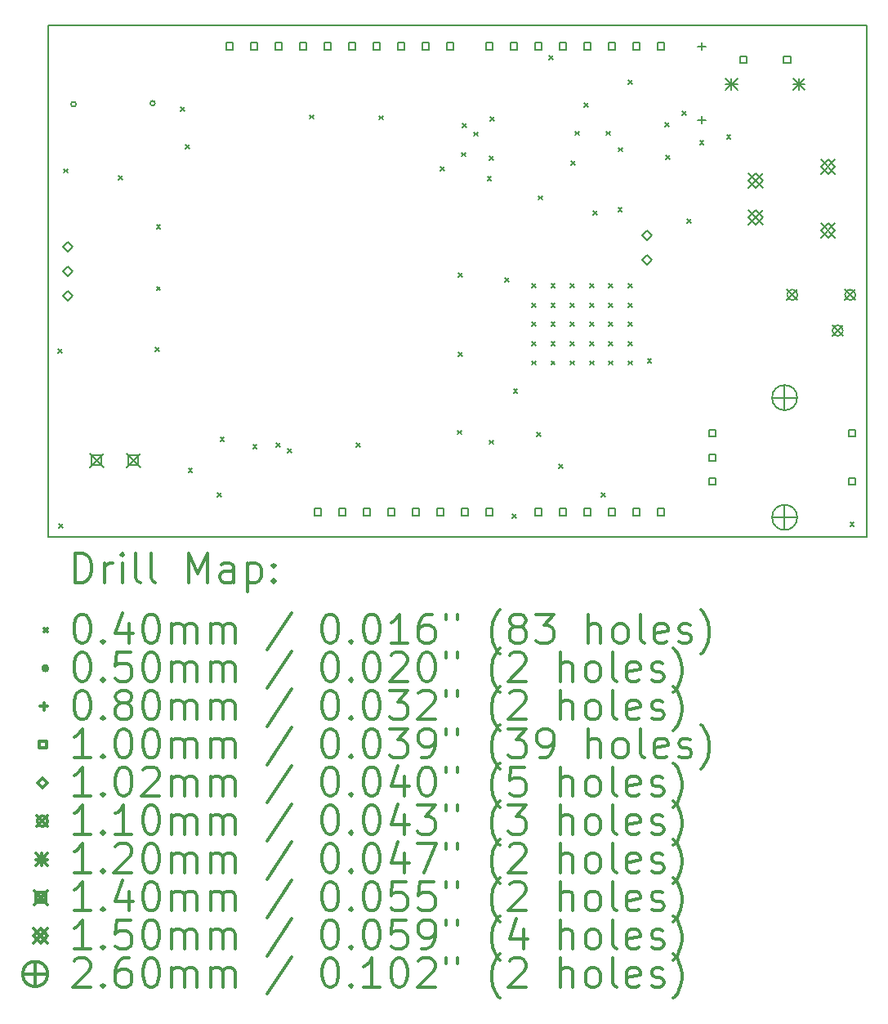
<source format=gbr>
%FSLAX45Y45*%
G04 Gerber Fmt 4.5, Leading zero omitted, Abs format (unit mm)*
G04 Created by KiCad (PCBNEW 5.0.1-33cea8e~68~ubuntu18.04.1) date Di 27 Nov 2018 01:55:21 CET*
%MOMM*%
%LPD*%
G01*
G04 APERTURE LIST*
%ADD10C,0.150000*%
%ADD11C,0.200000*%
%ADD12C,0.300000*%
G04 APERTURE END LIST*
D10*
X5470000Y-7700000D02*
X5470000Y-13000000D01*
X13950000Y-7700000D02*
X5470000Y-7700000D01*
X13950000Y-13000000D02*
X13950000Y-7700000D01*
X5470000Y-13000000D02*
X13950000Y-13000000D01*
D11*
X5572701Y-11054613D02*
X5612701Y-11094613D01*
X5612701Y-11054613D02*
X5572701Y-11094613D01*
X5580000Y-12870000D02*
X5620000Y-12910000D01*
X5620000Y-12870000D02*
X5580000Y-12910000D01*
X5630000Y-9190000D02*
X5670000Y-9230000D01*
X5670000Y-9190000D02*
X5630000Y-9230000D01*
X6200000Y-9260000D02*
X6240000Y-9300000D01*
X6240000Y-9260000D02*
X6200000Y-9300000D01*
X6580000Y-11040000D02*
X6620000Y-11080000D01*
X6620000Y-11040000D02*
X6580000Y-11080000D01*
X6590000Y-9770000D02*
X6630000Y-9810000D01*
X6630000Y-9770000D02*
X6590000Y-9810000D01*
X6590000Y-10410000D02*
X6630000Y-10450000D01*
X6630000Y-10410000D02*
X6590000Y-10450000D01*
X6840000Y-8550000D02*
X6880000Y-8590000D01*
X6880000Y-8550000D02*
X6840000Y-8590000D01*
X6890000Y-8940000D02*
X6930000Y-8980000D01*
X6930000Y-8940000D02*
X6890000Y-8980000D01*
X6920000Y-12290000D02*
X6960000Y-12330000D01*
X6960000Y-12290000D02*
X6920000Y-12330000D01*
X7220000Y-12550000D02*
X7260000Y-12590000D01*
X7260000Y-12550000D02*
X7220000Y-12590000D01*
X7250000Y-11970000D02*
X7290000Y-12010000D01*
X7290000Y-11970000D02*
X7250000Y-12010000D01*
X7590000Y-12050000D02*
X7630000Y-12090000D01*
X7630000Y-12050000D02*
X7590000Y-12090000D01*
X7830000Y-12030000D02*
X7870000Y-12070000D01*
X7870000Y-12030000D02*
X7830000Y-12070000D01*
X7950000Y-12090000D02*
X7990000Y-12130000D01*
X7990000Y-12090000D02*
X7950000Y-12130000D01*
X8180000Y-8630000D02*
X8220000Y-8670000D01*
X8220000Y-8630000D02*
X8180000Y-8670000D01*
X8660000Y-12030000D02*
X8700000Y-12070000D01*
X8700000Y-12030000D02*
X8660000Y-12070000D01*
X8900000Y-8640000D02*
X8940000Y-8680000D01*
X8940000Y-8640000D02*
X8900000Y-8680000D01*
X9530000Y-9170000D02*
X9570000Y-9210000D01*
X9570000Y-9170000D02*
X9530000Y-9210000D01*
X9710000Y-11900000D02*
X9750000Y-11940000D01*
X9750000Y-11900000D02*
X9710000Y-11940000D01*
X9720000Y-10270000D02*
X9760000Y-10310000D01*
X9760000Y-10270000D02*
X9720000Y-10310000D01*
X9720000Y-11090000D02*
X9760000Y-11130000D01*
X9760000Y-11090000D02*
X9720000Y-11130000D01*
X9750000Y-9020002D02*
X9790000Y-9060002D01*
X9790000Y-9020002D02*
X9750000Y-9060002D01*
X9760000Y-8720000D02*
X9800000Y-8760000D01*
X9800000Y-8720000D02*
X9760000Y-8760000D01*
X9880000Y-8810000D02*
X9920000Y-8850000D01*
X9920000Y-8810000D02*
X9880000Y-8850000D01*
X10020000Y-9270000D02*
X10060000Y-9310000D01*
X10060000Y-9270000D02*
X10020000Y-9310000D01*
X10040000Y-9060000D02*
X10080000Y-9100000D01*
X10080000Y-9060000D02*
X10040000Y-9100000D01*
X10040000Y-12000000D02*
X10080000Y-12040000D01*
X10080000Y-12000000D02*
X10040000Y-12040000D01*
X10050000Y-8650000D02*
X10090000Y-8690000D01*
X10090000Y-8650000D02*
X10050000Y-8690000D01*
X10200000Y-10320000D02*
X10240000Y-10360000D01*
X10240000Y-10320000D02*
X10200000Y-10360000D01*
X10280000Y-12770000D02*
X10320000Y-12810000D01*
X10320000Y-12770000D02*
X10280000Y-12810000D01*
X10290000Y-11470000D02*
X10330000Y-11510000D01*
X10330000Y-11470000D02*
X10290000Y-11510000D01*
X10480000Y-10380000D02*
X10520000Y-10420000D01*
X10520000Y-10380000D02*
X10480000Y-10420000D01*
X10480000Y-10580000D02*
X10520000Y-10620000D01*
X10520000Y-10580000D02*
X10480000Y-10620000D01*
X10480000Y-10780000D02*
X10520000Y-10820000D01*
X10520000Y-10780000D02*
X10480000Y-10820000D01*
X10480000Y-10980000D02*
X10520000Y-11020000D01*
X10520000Y-10980000D02*
X10480000Y-11020000D01*
X10480000Y-11180000D02*
X10520000Y-11220000D01*
X10520000Y-11180000D02*
X10480000Y-11220000D01*
X10530000Y-11920000D02*
X10570000Y-11960000D01*
X10570000Y-11920000D02*
X10530000Y-11960000D01*
X10550000Y-9470000D02*
X10590000Y-9510000D01*
X10590000Y-9470000D02*
X10550000Y-9510000D01*
X10660000Y-8020000D02*
X10700000Y-8060000D01*
X10700000Y-8020000D02*
X10660000Y-8060000D01*
X10680000Y-10380000D02*
X10720000Y-10420000D01*
X10720000Y-10380000D02*
X10680000Y-10420000D01*
X10680000Y-10580000D02*
X10720000Y-10620000D01*
X10720000Y-10580000D02*
X10680000Y-10620000D01*
X10680000Y-10780000D02*
X10720000Y-10820000D01*
X10720000Y-10780000D02*
X10680000Y-10820000D01*
X10680000Y-10980000D02*
X10720000Y-11020000D01*
X10720000Y-10980000D02*
X10680000Y-11020000D01*
X10680000Y-11180000D02*
X10720000Y-11220000D01*
X10720000Y-11180000D02*
X10680000Y-11220000D01*
X10760000Y-12250000D02*
X10800000Y-12290000D01*
X10800000Y-12250000D02*
X10760000Y-12290000D01*
X10880000Y-10380000D02*
X10920000Y-10420000D01*
X10920000Y-10380000D02*
X10880000Y-10420000D01*
X10880000Y-10580000D02*
X10920000Y-10620000D01*
X10920000Y-10580000D02*
X10880000Y-10620000D01*
X10880000Y-10780000D02*
X10920000Y-10820000D01*
X10920000Y-10780000D02*
X10880000Y-10820000D01*
X10880000Y-10980000D02*
X10920000Y-11020000D01*
X10920000Y-10980000D02*
X10880000Y-11020000D01*
X10880000Y-11180000D02*
X10920000Y-11220000D01*
X10920000Y-11180000D02*
X10880000Y-11220000D01*
X10890000Y-9110000D02*
X10930000Y-9150000D01*
X10930000Y-9110000D02*
X10890000Y-9150000D01*
X10930000Y-8800000D02*
X10970000Y-8840000D01*
X10970000Y-8800000D02*
X10930000Y-8840000D01*
X11020000Y-8510000D02*
X11060000Y-8550000D01*
X11060000Y-8510000D02*
X11020000Y-8550000D01*
X11080000Y-10380000D02*
X11120000Y-10420000D01*
X11120000Y-10380000D02*
X11080000Y-10420000D01*
X11080000Y-10580000D02*
X11120000Y-10620000D01*
X11120000Y-10580000D02*
X11080000Y-10620000D01*
X11080000Y-10780000D02*
X11120000Y-10820000D01*
X11120000Y-10780000D02*
X11080000Y-10820000D01*
X11080000Y-10980000D02*
X11120000Y-11020000D01*
X11120000Y-10980000D02*
X11080000Y-11020000D01*
X11080000Y-11180000D02*
X11120000Y-11220000D01*
X11120000Y-11180000D02*
X11080000Y-11220000D01*
X11116850Y-9623150D02*
X11156850Y-9663150D01*
X11156850Y-9623150D02*
X11116850Y-9663150D01*
X11200000Y-12550000D02*
X11240000Y-12590000D01*
X11240000Y-12550000D02*
X11200000Y-12590000D01*
X11250000Y-8800000D02*
X11290000Y-8840000D01*
X11290000Y-8800000D02*
X11250000Y-8840000D01*
X11280000Y-10380000D02*
X11320000Y-10420000D01*
X11320000Y-10380000D02*
X11280000Y-10420000D01*
X11280000Y-10580000D02*
X11320000Y-10620000D01*
X11320000Y-10580000D02*
X11280000Y-10620000D01*
X11280000Y-10780000D02*
X11320000Y-10820000D01*
X11320000Y-10780000D02*
X11280000Y-10820000D01*
X11280000Y-10980000D02*
X11320000Y-11020000D01*
X11320000Y-10980000D02*
X11280000Y-11020000D01*
X11280000Y-11180000D02*
X11320000Y-11220000D01*
X11320000Y-11180000D02*
X11280000Y-11220000D01*
X11375000Y-9595000D02*
X11415000Y-9635000D01*
X11415000Y-9595000D02*
X11375000Y-9635000D01*
X11380000Y-8970000D02*
X11420000Y-9010000D01*
X11420000Y-8970000D02*
X11380000Y-9010000D01*
X11480000Y-8270000D02*
X11520000Y-8310000D01*
X11520000Y-8270000D02*
X11480000Y-8310000D01*
X11480000Y-10380000D02*
X11520000Y-10420000D01*
X11520000Y-10380000D02*
X11480000Y-10420000D01*
X11480000Y-10580000D02*
X11520000Y-10620000D01*
X11520000Y-10580000D02*
X11480000Y-10620000D01*
X11480000Y-10780000D02*
X11520000Y-10820000D01*
X11520000Y-10780000D02*
X11480000Y-10820000D01*
X11480000Y-10980000D02*
X11520000Y-11020000D01*
X11520000Y-10980000D02*
X11480000Y-11020000D01*
X11480000Y-11180000D02*
X11520000Y-11220000D01*
X11520000Y-11180000D02*
X11480000Y-11220000D01*
X11680000Y-11160000D02*
X11720000Y-11200000D01*
X11720000Y-11160000D02*
X11680000Y-11200000D01*
X11860000Y-8710000D02*
X11900000Y-8750000D01*
X11900000Y-8710000D02*
X11860000Y-8750000D01*
X11870000Y-9050000D02*
X11910000Y-9090000D01*
X11910000Y-9050000D02*
X11870000Y-9090000D01*
X12040000Y-8590000D02*
X12080000Y-8630000D01*
X12080000Y-8590000D02*
X12040000Y-8630000D01*
X12090000Y-9710000D02*
X12130000Y-9750000D01*
X12130000Y-9710000D02*
X12090000Y-9750000D01*
X12220000Y-8900000D02*
X12260000Y-8940000D01*
X12260000Y-8900000D02*
X12220000Y-8940000D01*
X12500000Y-8840000D02*
X12540000Y-8880000D01*
X12540000Y-8840000D02*
X12500000Y-8880000D01*
X13780000Y-12850000D02*
X13820000Y-12890000D01*
X13820000Y-12850000D02*
X13780000Y-12890000D01*
X5755000Y-8520000D02*
G75*
G03X5755000Y-8520000I-25000J0D01*
G01*
X6575000Y-8510000D02*
G75*
G03X6575000Y-8510000I-25000J0D01*
G01*
X12240000Y-7878995D02*
X12240000Y-7959005D01*
X12199995Y-7919000D02*
X12280005Y-7919000D01*
X12240000Y-8640995D02*
X12240000Y-8721005D01*
X12199995Y-8681000D02*
X12280005Y-8681000D01*
X12385356Y-11965356D02*
X12385356Y-11894644D01*
X12314644Y-11894644D01*
X12314644Y-11965356D01*
X12385356Y-11965356D01*
X12385356Y-12215356D02*
X12385356Y-12144644D01*
X12314644Y-12144644D01*
X12314644Y-12215356D01*
X12385356Y-12215356D01*
X12385356Y-12465356D02*
X12385356Y-12394644D01*
X12314644Y-12394644D01*
X12314644Y-12465356D01*
X12385356Y-12465356D01*
X13835356Y-11965356D02*
X13835356Y-11894644D01*
X13764644Y-11894644D01*
X13764644Y-11965356D01*
X13835356Y-11965356D01*
X13835356Y-12465356D02*
X13835356Y-12394644D01*
X13764644Y-12394644D01*
X13764644Y-12465356D01*
X13835356Y-12465356D01*
X12710356Y-8095356D02*
X12710356Y-8024644D01*
X12639644Y-8024644D01*
X12639644Y-8095356D01*
X12710356Y-8095356D01*
X13160356Y-8095356D02*
X13160356Y-8024644D01*
X13089644Y-8024644D01*
X13089644Y-8095356D01*
X13160356Y-8095356D01*
X7384956Y-7955356D02*
X7384956Y-7884644D01*
X7314244Y-7884644D01*
X7314244Y-7955356D01*
X7384956Y-7955356D01*
X7638956Y-7955356D02*
X7638956Y-7884644D01*
X7568244Y-7884644D01*
X7568244Y-7955356D01*
X7638956Y-7955356D01*
X7892956Y-7955356D02*
X7892956Y-7884644D01*
X7822244Y-7884644D01*
X7822244Y-7955356D01*
X7892956Y-7955356D01*
X8146956Y-7955356D02*
X8146956Y-7884644D01*
X8076244Y-7884644D01*
X8076244Y-7955356D01*
X8146956Y-7955356D01*
X8299356Y-12781356D02*
X8299356Y-12710644D01*
X8228644Y-12710644D01*
X8228644Y-12781356D01*
X8299356Y-12781356D01*
X8400956Y-7955356D02*
X8400956Y-7884644D01*
X8330244Y-7884644D01*
X8330244Y-7955356D01*
X8400956Y-7955356D01*
X8553356Y-12781356D02*
X8553356Y-12710644D01*
X8482644Y-12710644D01*
X8482644Y-12781356D01*
X8553356Y-12781356D01*
X8654956Y-7955356D02*
X8654956Y-7884644D01*
X8584244Y-7884644D01*
X8584244Y-7955356D01*
X8654956Y-7955356D01*
X8807356Y-12781356D02*
X8807356Y-12710644D01*
X8736644Y-12710644D01*
X8736644Y-12781356D01*
X8807356Y-12781356D01*
X8908956Y-7955356D02*
X8908956Y-7884644D01*
X8838244Y-7884644D01*
X8838244Y-7955356D01*
X8908956Y-7955356D01*
X9061356Y-12781356D02*
X9061356Y-12710644D01*
X8990644Y-12710644D01*
X8990644Y-12781356D01*
X9061356Y-12781356D01*
X9162956Y-7955356D02*
X9162956Y-7884644D01*
X9092244Y-7884644D01*
X9092244Y-7955356D01*
X9162956Y-7955356D01*
X9315356Y-12781356D02*
X9315356Y-12710644D01*
X9244644Y-12710644D01*
X9244644Y-12781356D01*
X9315356Y-12781356D01*
X9416956Y-7955356D02*
X9416956Y-7884644D01*
X9346244Y-7884644D01*
X9346244Y-7955356D01*
X9416956Y-7955356D01*
X9569356Y-12781356D02*
X9569356Y-12710644D01*
X9498644Y-12710644D01*
X9498644Y-12781356D01*
X9569356Y-12781356D01*
X9670956Y-7955356D02*
X9670956Y-7884644D01*
X9600244Y-7884644D01*
X9600244Y-7955356D01*
X9670956Y-7955356D01*
X9823356Y-12781356D02*
X9823356Y-12710644D01*
X9752644Y-12710644D01*
X9752644Y-12781356D01*
X9823356Y-12781356D01*
X10077356Y-7955356D02*
X10077356Y-7884644D01*
X10006644Y-7884644D01*
X10006644Y-7955356D01*
X10077356Y-7955356D01*
X10077356Y-12781356D02*
X10077356Y-12710644D01*
X10006644Y-12710644D01*
X10006644Y-12781356D01*
X10077356Y-12781356D01*
X10331356Y-7955356D02*
X10331356Y-7884644D01*
X10260644Y-7884644D01*
X10260644Y-7955356D01*
X10331356Y-7955356D01*
X10585356Y-7955356D02*
X10585356Y-7884644D01*
X10514644Y-7884644D01*
X10514644Y-7955356D01*
X10585356Y-7955356D01*
X10585356Y-12781356D02*
X10585356Y-12710644D01*
X10514644Y-12710644D01*
X10514644Y-12781356D01*
X10585356Y-12781356D01*
X10839356Y-7955356D02*
X10839356Y-7884644D01*
X10768644Y-7884644D01*
X10768644Y-7955356D01*
X10839356Y-7955356D01*
X10839356Y-12781356D02*
X10839356Y-12710644D01*
X10768644Y-12710644D01*
X10768644Y-12781356D01*
X10839356Y-12781356D01*
X11093356Y-7955356D02*
X11093356Y-7884644D01*
X11022644Y-7884644D01*
X11022644Y-7955356D01*
X11093356Y-7955356D01*
X11093356Y-12781356D02*
X11093356Y-12710644D01*
X11022644Y-12710644D01*
X11022644Y-12781356D01*
X11093356Y-12781356D01*
X11347356Y-7955356D02*
X11347356Y-7884644D01*
X11276644Y-7884644D01*
X11276644Y-7955356D01*
X11347356Y-7955356D01*
X11347356Y-12781356D02*
X11347356Y-12710644D01*
X11276644Y-12710644D01*
X11276644Y-12781356D01*
X11347356Y-12781356D01*
X11601356Y-7955356D02*
X11601356Y-7884644D01*
X11530644Y-7884644D01*
X11530644Y-7955356D01*
X11601356Y-7955356D01*
X11601356Y-12781356D02*
X11601356Y-12710644D01*
X11530644Y-12710644D01*
X11530644Y-12781356D01*
X11601356Y-12781356D01*
X11855356Y-7955356D02*
X11855356Y-7884644D01*
X11784644Y-7884644D01*
X11784644Y-7955356D01*
X11855356Y-7955356D01*
X11855356Y-12781356D02*
X11855356Y-12710644D01*
X11784644Y-12710644D01*
X11784644Y-12781356D01*
X11855356Y-12781356D01*
X5670000Y-10050800D02*
X5720800Y-10000000D01*
X5670000Y-9949200D01*
X5619200Y-10000000D01*
X5670000Y-10050800D01*
X5670000Y-10304800D02*
X5720800Y-10254000D01*
X5670000Y-10203200D01*
X5619200Y-10254000D01*
X5670000Y-10304800D01*
X5670000Y-10558800D02*
X5720800Y-10508000D01*
X5670000Y-10457200D01*
X5619200Y-10508000D01*
X5670000Y-10558800D01*
X11670000Y-9926800D02*
X11720800Y-9876000D01*
X11670000Y-9825200D01*
X11619200Y-9876000D01*
X11670000Y-9926800D01*
X11670000Y-10180800D02*
X11720800Y-10130000D01*
X11670000Y-10079200D01*
X11619200Y-10130000D01*
X11670000Y-10180800D01*
X13125000Y-10440000D02*
X13235000Y-10550000D01*
X13235000Y-10440000D02*
X13125000Y-10550000D01*
X13235000Y-10495000D02*
G75*
G03X13235000Y-10495000I-55000J0D01*
G01*
X13595000Y-10810000D02*
X13705000Y-10920000D01*
X13705000Y-10810000D02*
X13595000Y-10920000D01*
X13705000Y-10865000D02*
G75*
G03X13705000Y-10865000I-55000J0D01*
G01*
X13725000Y-10440000D02*
X13835000Y-10550000D01*
X13835000Y-10440000D02*
X13725000Y-10550000D01*
X13835000Y-10495000D02*
G75*
G03X13835000Y-10495000I-55000J0D01*
G01*
X12490000Y-8250000D02*
X12610000Y-8370000D01*
X12610000Y-8250000D02*
X12490000Y-8370000D01*
X12550000Y-8250000D02*
X12550000Y-8370000D01*
X12490000Y-8310000D02*
X12610000Y-8310000D01*
X13190000Y-8250000D02*
X13310000Y-8370000D01*
X13310000Y-8250000D02*
X13190000Y-8370000D01*
X13250000Y-8250000D02*
X13250000Y-8370000D01*
X13190000Y-8310000D02*
X13310000Y-8310000D01*
X5899500Y-12140000D02*
X6039500Y-12280000D01*
X6039500Y-12140000D02*
X5899500Y-12280000D01*
X6018998Y-12259498D02*
X6018998Y-12160502D01*
X5920002Y-12160502D01*
X5920002Y-12259498D01*
X6018998Y-12259498D01*
X6280500Y-12140000D02*
X6420500Y-12280000D01*
X6420500Y-12140000D02*
X6280500Y-12280000D01*
X6399998Y-12259498D02*
X6399998Y-12160502D01*
X6301002Y-12160502D01*
X6301002Y-12259498D01*
X6399998Y-12259498D01*
X12725000Y-9235000D02*
X12875000Y-9385000D01*
X12875000Y-9235000D02*
X12725000Y-9385000D01*
X12800000Y-9385000D02*
X12875000Y-9310000D01*
X12800000Y-9235000D01*
X12725000Y-9310000D01*
X12800000Y-9385000D01*
X12725000Y-9615000D02*
X12875000Y-9765000D01*
X12875000Y-9615000D02*
X12725000Y-9765000D01*
X12800000Y-9765000D02*
X12875000Y-9690000D01*
X12800000Y-9615000D01*
X12725000Y-9690000D01*
X12800000Y-9765000D01*
X13475000Y-9095000D02*
X13625000Y-9245000D01*
X13625000Y-9095000D02*
X13475000Y-9245000D01*
X13550000Y-9245000D02*
X13625000Y-9170000D01*
X13550000Y-9095000D01*
X13475000Y-9170000D01*
X13550000Y-9245000D01*
X13475000Y-9755000D02*
X13625000Y-9905000D01*
X13625000Y-9755000D02*
X13475000Y-9905000D01*
X13550000Y-9905000D02*
X13625000Y-9830000D01*
X13550000Y-9755000D01*
X13475000Y-9830000D01*
X13550000Y-9905000D01*
X13100000Y-11430000D02*
X13100000Y-11690000D01*
X12970000Y-11560000D02*
X13230000Y-11560000D01*
X13230000Y-11560000D02*
G75*
G03X13230000Y-11560000I-130000J0D01*
G01*
X13100000Y-12670000D02*
X13100000Y-12930000D01*
X12970000Y-12800000D02*
X13230000Y-12800000D01*
X13230000Y-12800000D02*
G75*
G03X13230000Y-12800000I-130000J0D01*
G01*
D12*
X5748928Y-13473214D02*
X5748928Y-13173214D01*
X5820357Y-13173214D01*
X5863214Y-13187500D01*
X5891786Y-13216071D01*
X5906071Y-13244643D01*
X5920357Y-13301786D01*
X5920357Y-13344643D01*
X5906071Y-13401786D01*
X5891786Y-13430357D01*
X5863214Y-13458929D01*
X5820357Y-13473214D01*
X5748928Y-13473214D01*
X6048928Y-13473214D02*
X6048928Y-13273214D01*
X6048928Y-13330357D02*
X6063214Y-13301786D01*
X6077500Y-13287500D01*
X6106071Y-13273214D01*
X6134643Y-13273214D01*
X6234643Y-13473214D02*
X6234643Y-13273214D01*
X6234643Y-13173214D02*
X6220357Y-13187500D01*
X6234643Y-13201786D01*
X6248928Y-13187500D01*
X6234643Y-13173214D01*
X6234643Y-13201786D01*
X6420357Y-13473214D02*
X6391786Y-13458929D01*
X6377500Y-13430357D01*
X6377500Y-13173214D01*
X6577500Y-13473214D02*
X6548928Y-13458929D01*
X6534643Y-13430357D01*
X6534643Y-13173214D01*
X6920357Y-13473214D02*
X6920357Y-13173214D01*
X7020357Y-13387500D01*
X7120357Y-13173214D01*
X7120357Y-13473214D01*
X7391786Y-13473214D02*
X7391786Y-13316071D01*
X7377500Y-13287500D01*
X7348928Y-13273214D01*
X7291786Y-13273214D01*
X7263214Y-13287500D01*
X7391786Y-13458929D02*
X7363214Y-13473214D01*
X7291786Y-13473214D01*
X7263214Y-13458929D01*
X7248928Y-13430357D01*
X7248928Y-13401786D01*
X7263214Y-13373214D01*
X7291786Y-13358929D01*
X7363214Y-13358929D01*
X7391786Y-13344643D01*
X7534643Y-13273214D02*
X7534643Y-13573214D01*
X7534643Y-13287500D02*
X7563214Y-13273214D01*
X7620357Y-13273214D01*
X7648928Y-13287500D01*
X7663214Y-13301786D01*
X7677500Y-13330357D01*
X7677500Y-13416071D01*
X7663214Y-13444643D01*
X7648928Y-13458929D01*
X7620357Y-13473214D01*
X7563214Y-13473214D01*
X7534643Y-13458929D01*
X7806071Y-13444643D02*
X7820357Y-13458929D01*
X7806071Y-13473214D01*
X7791786Y-13458929D01*
X7806071Y-13444643D01*
X7806071Y-13473214D01*
X7806071Y-13287500D02*
X7820357Y-13301786D01*
X7806071Y-13316071D01*
X7791786Y-13301786D01*
X7806071Y-13287500D01*
X7806071Y-13316071D01*
X5422500Y-13947500D02*
X5462500Y-13987500D01*
X5462500Y-13947500D02*
X5422500Y-13987500D01*
X5806071Y-13803214D02*
X5834643Y-13803214D01*
X5863214Y-13817500D01*
X5877500Y-13831786D01*
X5891786Y-13860357D01*
X5906071Y-13917500D01*
X5906071Y-13988929D01*
X5891786Y-14046071D01*
X5877500Y-14074643D01*
X5863214Y-14088929D01*
X5834643Y-14103214D01*
X5806071Y-14103214D01*
X5777500Y-14088929D01*
X5763214Y-14074643D01*
X5748928Y-14046071D01*
X5734643Y-13988929D01*
X5734643Y-13917500D01*
X5748928Y-13860357D01*
X5763214Y-13831786D01*
X5777500Y-13817500D01*
X5806071Y-13803214D01*
X6034643Y-14074643D02*
X6048928Y-14088929D01*
X6034643Y-14103214D01*
X6020357Y-14088929D01*
X6034643Y-14074643D01*
X6034643Y-14103214D01*
X6306071Y-13903214D02*
X6306071Y-14103214D01*
X6234643Y-13788929D02*
X6163214Y-14003214D01*
X6348928Y-14003214D01*
X6520357Y-13803214D02*
X6548928Y-13803214D01*
X6577500Y-13817500D01*
X6591786Y-13831786D01*
X6606071Y-13860357D01*
X6620357Y-13917500D01*
X6620357Y-13988929D01*
X6606071Y-14046071D01*
X6591786Y-14074643D01*
X6577500Y-14088929D01*
X6548928Y-14103214D01*
X6520357Y-14103214D01*
X6491786Y-14088929D01*
X6477500Y-14074643D01*
X6463214Y-14046071D01*
X6448928Y-13988929D01*
X6448928Y-13917500D01*
X6463214Y-13860357D01*
X6477500Y-13831786D01*
X6491786Y-13817500D01*
X6520357Y-13803214D01*
X6748928Y-14103214D02*
X6748928Y-13903214D01*
X6748928Y-13931786D02*
X6763214Y-13917500D01*
X6791786Y-13903214D01*
X6834643Y-13903214D01*
X6863214Y-13917500D01*
X6877500Y-13946071D01*
X6877500Y-14103214D01*
X6877500Y-13946071D02*
X6891786Y-13917500D01*
X6920357Y-13903214D01*
X6963214Y-13903214D01*
X6991786Y-13917500D01*
X7006071Y-13946071D01*
X7006071Y-14103214D01*
X7148928Y-14103214D02*
X7148928Y-13903214D01*
X7148928Y-13931786D02*
X7163214Y-13917500D01*
X7191786Y-13903214D01*
X7234643Y-13903214D01*
X7263214Y-13917500D01*
X7277500Y-13946071D01*
X7277500Y-14103214D01*
X7277500Y-13946071D02*
X7291786Y-13917500D01*
X7320357Y-13903214D01*
X7363214Y-13903214D01*
X7391786Y-13917500D01*
X7406071Y-13946071D01*
X7406071Y-14103214D01*
X7991786Y-13788929D02*
X7734643Y-14174643D01*
X8377500Y-13803214D02*
X8406071Y-13803214D01*
X8434643Y-13817500D01*
X8448928Y-13831786D01*
X8463214Y-13860357D01*
X8477500Y-13917500D01*
X8477500Y-13988929D01*
X8463214Y-14046071D01*
X8448928Y-14074643D01*
X8434643Y-14088929D01*
X8406071Y-14103214D01*
X8377500Y-14103214D01*
X8348928Y-14088929D01*
X8334643Y-14074643D01*
X8320357Y-14046071D01*
X8306071Y-13988929D01*
X8306071Y-13917500D01*
X8320357Y-13860357D01*
X8334643Y-13831786D01*
X8348928Y-13817500D01*
X8377500Y-13803214D01*
X8606071Y-14074643D02*
X8620357Y-14088929D01*
X8606071Y-14103214D01*
X8591786Y-14088929D01*
X8606071Y-14074643D01*
X8606071Y-14103214D01*
X8806071Y-13803214D02*
X8834643Y-13803214D01*
X8863214Y-13817500D01*
X8877500Y-13831786D01*
X8891786Y-13860357D01*
X8906071Y-13917500D01*
X8906071Y-13988929D01*
X8891786Y-14046071D01*
X8877500Y-14074643D01*
X8863214Y-14088929D01*
X8834643Y-14103214D01*
X8806071Y-14103214D01*
X8777500Y-14088929D01*
X8763214Y-14074643D01*
X8748928Y-14046071D01*
X8734643Y-13988929D01*
X8734643Y-13917500D01*
X8748928Y-13860357D01*
X8763214Y-13831786D01*
X8777500Y-13817500D01*
X8806071Y-13803214D01*
X9191786Y-14103214D02*
X9020357Y-14103214D01*
X9106071Y-14103214D02*
X9106071Y-13803214D01*
X9077500Y-13846071D01*
X9048928Y-13874643D01*
X9020357Y-13888929D01*
X9448928Y-13803214D02*
X9391786Y-13803214D01*
X9363214Y-13817500D01*
X9348928Y-13831786D01*
X9320357Y-13874643D01*
X9306071Y-13931786D01*
X9306071Y-14046071D01*
X9320357Y-14074643D01*
X9334643Y-14088929D01*
X9363214Y-14103214D01*
X9420357Y-14103214D01*
X9448928Y-14088929D01*
X9463214Y-14074643D01*
X9477500Y-14046071D01*
X9477500Y-13974643D01*
X9463214Y-13946071D01*
X9448928Y-13931786D01*
X9420357Y-13917500D01*
X9363214Y-13917500D01*
X9334643Y-13931786D01*
X9320357Y-13946071D01*
X9306071Y-13974643D01*
X9591786Y-13803214D02*
X9591786Y-13860357D01*
X9706071Y-13803214D02*
X9706071Y-13860357D01*
X10148928Y-14217500D02*
X10134643Y-14203214D01*
X10106071Y-14160357D01*
X10091786Y-14131786D01*
X10077500Y-14088929D01*
X10063214Y-14017500D01*
X10063214Y-13960357D01*
X10077500Y-13888929D01*
X10091786Y-13846071D01*
X10106071Y-13817500D01*
X10134643Y-13774643D01*
X10148928Y-13760357D01*
X10306071Y-13931786D02*
X10277500Y-13917500D01*
X10263214Y-13903214D01*
X10248928Y-13874643D01*
X10248928Y-13860357D01*
X10263214Y-13831786D01*
X10277500Y-13817500D01*
X10306071Y-13803214D01*
X10363214Y-13803214D01*
X10391786Y-13817500D01*
X10406071Y-13831786D01*
X10420357Y-13860357D01*
X10420357Y-13874643D01*
X10406071Y-13903214D01*
X10391786Y-13917500D01*
X10363214Y-13931786D01*
X10306071Y-13931786D01*
X10277500Y-13946071D01*
X10263214Y-13960357D01*
X10248928Y-13988929D01*
X10248928Y-14046071D01*
X10263214Y-14074643D01*
X10277500Y-14088929D01*
X10306071Y-14103214D01*
X10363214Y-14103214D01*
X10391786Y-14088929D01*
X10406071Y-14074643D01*
X10420357Y-14046071D01*
X10420357Y-13988929D01*
X10406071Y-13960357D01*
X10391786Y-13946071D01*
X10363214Y-13931786D01*
X10520357Y-13803214D02*
X10706071Y-13803214D01*
X10606071Y-13917500D01*
X10648928Y-13917500D01*
X10677500Y-13931786D01*
X10691786Y-13946071D01*
X10706071Y-13974643D01*
X10706071Y-14046071D01*
X10691786Y-14074643D01*
X10677500Y-14088929D01*
X10648928Y-14103214D01*
X10563214Y-14103214D01*
X10534643Y-14088929D01*
X10520357Y-14074643D01*
X11063214Y-14103214D02*
X11063214Y-13803214D01*
X11191786Y-14103214D02*
X11191786Y-13946071D01*
X11177500Y-13917500D01*
X11148928Y-13903214D01*
X11106071Y-13903214D01*
X11077500Y-13917500D01*
X11063214Y-13931786D01*
X11377500Y-14103214D02*
X11348928Y-14088929D01*
X11334643Y-14074643D01*
X11320357Y-14046071D01*
X11320357Y-13960357D01*
X11334643Y-13931786D01*
X11348928Y-13917500D01*
X11377500Y-13903214D01*
X11420357Y-13903214D01*
X11448928Y-13917500D01*
X11463214Y-13931786D01*
X11477500Y-13960357D01*
X11477500Y-14046071D01*
X11463214Y-14074643D01*
X11448928Y-14088929D01*
X11420357Y-14103214D01*
X11377500Y-14103214D01*
X11648928Y-14103214D02*
X11620357Y-14088929D01*
X11606071Y-14060357D01*
X11606071Y-13803214D01*
X11877500Y-14088929D02*
X11848928Y-14103214D01*
X11791786Y-14103214D01*
X11763214Y-14088929D01*
X11748928Y-14060357D01*
X11748928Y-13946071D01*
X11763214Y-13917500D01*
X11791786Y-13903214D01*
X11848928Y-13903214D01*
X11877500Y-13917500D01*
X11891786Y-13946071D01*
X11891786Y-13974643D01*
X11748928Y-14003214D01*
X12006071Y-14088929D02*
X12034643Y-14103214D01*
X12091786Y-14103214D01*
X12120357Y-14088929D01*
X12134643Y-14060357D01*
X12134643Y-14046071D01*
X12120357Y-14017500D01*
X12091786Y-14003214D01*
X12048928Y-14003214D01*
X12020357Y-13988929D01*
X12006071Y-13960357D01*
X12006071Y-13946071D01*
X12020357Y-13917500D01*
X12048928Y-13903214D01*
X12091786Y-13903214D01*
X12120357Y-13917500D01*
X12234643Y-14217500D02*
X12248928Y-14203214D01*
X12277500Y-14160357D01*
X12291786Y-14131786D01*
X12306071Y-14088929D01*
X12320357Y-14017500D01*
X12320357Y-13960357D01*
X12306071Y-13888929D01*
X12291786Y-13846071D01*
X12277500Y-13817500D01*
X12248928Y-13774643D01*
X12234643Y-13760357D01*
X5462500Y-14363500D02*
G75*
G03X5462500Y-14363500I-25000J0D01*
G01*
X5806071Y-14199214D02*
X5834643Y-14199214D01*
X5863214Y-14213500D01*
X5877500Y-14227786D01*
X5891786Y-14256357D01*
X5906071Y-14313500D01*
X5906071Y-14384929D01*
X5891786Y-14442071D01*
X5877500Y-14470643D01*
X5863214Y-14484929D01*
X5834643Y-14499214D01*
X5806071Y-14499214D01*
X5777500Y-14484929D01*
X5763214Y-14470643D01*
X5748928Y-14442071D01*
X5734643Y-14384929D01*
X5734643Y-14313500D01*
X5748928Y-14256357D01*
X5763214Y-14227786D01*
X5777500Y-14213500D01*
X5806071Y-14199214D01*
X6034643Y-14470643D02*
X6048928Y-14484929D01*
X6034643Y-14499214D01*
X6020357Y-14484929D01*
X6034643Y-14470643D01*
X6034643Y-14499214D01*
X6320357Y-14199214D02*
X6177500Y-14199214D01*
X6163214Y-14342071D01*
X6177500Y-14327786D01*
X6206071Y-14313500D01*
X6277500Y-14313500D01*
X6306071Y-14327786D01*
X6320357Y-14342071D01*
X6334643Y-14370643D01*
X6334643Y-14442071D01*
X6320357Y-14470643D01*
X6306071Y-14484929D01*
X6277500Y-14499214D01*
X6206071Y-14499214D01*
X6177500Y-14484929D01*
X6163214Y-14470643D01*
X6520357Y-14199214D02*
X6548928Y-14199214D01*
X6577500Y-14213500D01*
X6591786Y-14227786D01*
X6606071Y-14256357D01*
X6620357Y-14313500D01*
X6620357Y-14384929D01*
X6606071Y-14442071D01*
X6591786Y-14470643D01*
X6577500Y-14484929D01*
X6548928Y-14499214D01*
X6520357Y-14499214D01*
X6491786Y-14484929D01*
X6477500Y-14470643D01*
X6463214Y-14442071D01*
X6448928Y-14384929D01*
X6448928Y-14313500D01*
X6463214Y-14256357D01*
X6477500Y-14227786D01*
X6491786Y-14213500D01*
X6520357Y-14199214D01*
X6748928Y-14499214D02*
X6748928Y-14299214D01*
X6748928Y-14327786D02*
X6763214Y-14313500D01*
X6791786Y-14299214D01*
X6834643Y-14299214D01*
X6863214Y-14313500D01*
X6877500Y-14342071D01*
X6877500Y-14499214D01*
X6877500Y-14342071D02*
X6891786Y-14313500D01*
X6920357Y-14299214D01*
X6963214Y-14299214D01*
X6991786Y-14313500D01*
X7006071Y-14342071D01*
X7006071Y-14499214D01*
X7148928Y-14499214D02*
X7148928Y-14299214D01*
X7148928Y-14327786D02*
X7163214Y-14313500D01*
X7191786Y-14299214D01*
X7234643Y-14299214D01*
X7263214Y-14313500D01*
X7277500Y-14342071D01*
X7277500Y-14499214D01*
X7277500Y-14342071D02*
X7291786Y-14313500D01*
X7320357Y-14299214D01*
X7363214Y-14299214D01*
X7391786Y-14313500D01*
X7406071Y-14342071D01*
X7406071Y-14499214D01*
X7991786Y-14184929D02*
X7734643Y-14570643D01*
X8377500Y-14199214D02*
X8406071Y-14199214D01*
X8434643Y-14213500D01*
X8448928Y-14227786D01*
X8463214Y-14256357D01*
X8477500Y-14313500D01*
X8477500Y-14384929D01*
X8463214Y-14442071D01*
X8448928Y-14470643D01*
X8434643Y-14484929D01*
X8406071Y-14499214D01*
X8377500Y-14499214D01*
X8348928Y-14484929D01*
X8334643Y-14470643D01*
X8320357Y-14442071D01*
X8306071Y-14384929D01*
X8306071Y-14313500D01*
X8320357Y-14256357D01*
X8334643Y-14227786D01*
X8348928Y-14213500D01*
X8377500Y-14199214D01*
X8606071Y-14470643D02*
X8620357Y-14484929D01*
X8606071Y-14499214D01*
X8591786Y-14484929D01*
X8606071Y-14470643D01*
X8606071Y-14499214D01*
X8806071Y-14199214D02*
X8834643Y-14199214D01*
X8863214Y-14213500D01*
X8877500Y-14227786D01*
X8891786Y-14256357D01*
X8906071Y-14313500D01*
X8906071Y-14384929D01*
X8891786Y-14442071D01*
X8877500Y-14470643D01*
X8863214Y-14484929D01*
X8834643Y-14499214D01*
X8806071Y-14499214D01*
X8777500Y-14484929D01*
X8763214Y-14470643D01*
X8748928Y-14442071D01*
X8734643Y-14384929D01*
X8734643Y-14313500D01*
X8748928Y-14256357D01*
X8763214Y-14227786D01*
X8777500Y-14213500D01*
X8806071Y-14199214D01*
X9020357Y-14227786D02*
X9034643Y-14213500D01*
X9063214Y-14199214D01*
X9134643Y-14199214D01*
X9163214Y-14213500D01*
X9177500Y-14227786D01*
X9191786Y-14256357D01*
X9191786Y-14284929D01*
X9177500Y-14327786D01*
X9006071Y-14499214D01*
X9191786Y-14499214D01*
X9377500Y-14199214D02*
X9406071Y-14199214D01*
X9434643Y-14213500D01*
X9448928Y-14227786D01*
X9463214Y-14256357D01*
X9477500Y-14313500D01*
X9477500Y-14384929D01*
X9463214Y-14442071D01*
X9448928Y-14470643D01*
X9434643Y-14484929D01*
X9406071Y-14499214D01*
X9377500Y-14499214D01*
X9348928Y-14484929D01*
X9334643Y-14470643D01*
X9320357Y-14442071D01*
X9306071Y-14384929D01*
X9306071Y-14313500D01*
X9320357Y-14256357D01*
X9334643Y-14227786D01*
X9348928Y-14213500D01*
X9377500Y-14199214D01*
X9591786Y-14199214D02*
X9591786Y-14256357D01*
X9706071Y-14199214D02*
X9706071Y-14256357D01*
X10148928Y-14613500D02*
X10134643Y-14599214D01*
X10106071Y-14556357D01*
X10091786Y-14527786D01*
X10077500Y-14484929D01*
X10063214Y-14413500D01*
X10063214Y-14356357D01*
X10077500Y-14284929D01*
X10091786Y-14242071D01*
X10106071Y-14213500D01*
X10134643Y-14170643D01*
X10148928Y-14156357D01*
X10248928Y-14227786D02*
X10263214Y-14213500D01*
X10291786Y-14199214D01*
X10363214Y-14199214D01*
X10391786Y-14213500D01*
X10406071Y-14227786D01*
X10420357Y-14256357D01*
X10420357Y-14284929D01*
X10406071Y-14327786D01*
X10234643Y-14499214D01*
X10420357Y-14499214D01*
X10777500Y-14499214D02*
X10777500Y-14199214D01*
X10906071Y-14499214D02*
X10906071Y-14342071D01*
X10891786Y-14313500D01*
X10863214Y-14299214D01*
X10820357Y-14299214D01*
X10791786Y-14313500D01*
X10777500Y-14327786D01*
X11091786Y-14499214D02*
X11063214Y-14484929D01*
X11048928Y-14470643D01*
X11034643Y-14442071D01*
X11034643Y-14356357D01*
X11048928Y-14327786D01*
X11063214Y-14313500D01*
X11091786Y-14299214D01*
X11134643Y-14299214D01*
X11163214Y-14313500D01*
X11177500Y-14327786D01*
X11191786Y-14356357D01*
X11191786Y-14442071D01*
X11177500Y-14470643D01*
X11163214Y-14484929D01*
X11134643Y-14499214D01*
X11091786Y-14499214D01*
X11363214Y-14499214D02*
X11334643Y-14484929D01*
X11320357Y-14456357D01*
X11320357Y-14199214D01*
X11591786Y-14484929D02*
X11563214Y-14499214D01*
X11506071Y-14499214D01*
X11477500Y-14484929D01*
X11463214Y-14456357D01*
X11463214Y-14342071D01*
X11477500Y-14313500D01*
X11506071Y-14299214D01*
X11563214Y-14299214D01*
X11591786Y-14313500D01*
X11606071Y-14342071D01*
X11606071Y-14370643D01*
X11463214Y-14399214D01*
X11720357Y-14484929D02*
X11748928Y-14499214D01*
X11806071Y-14499214D01*
X11834643Y-14484929D01*
X11848928Y-14456357D01*
X11848928Y-14442071D01*
X11834643Y-14413500D01*
X11806071Y-14399214D01*
X11763214Y-14399214D01*
X11734643Y-14384929D01*
X11720357Y-14356357D01*
X11720357Y-14342071D01*
X11734643Y-14313500D01*
X11763214Y-14299214D01*
X11806071Y-14299214D01*
X11834643Y-14313500D01*
X11948928Y-14613500D02*
X11963214Y-14599214D01*
X11991786Y-14556357D01*
X12006071Y-14527786D01*
X12020357Y-14484929D01*
X12034643Y-14413500D01*
X12034643Y-14356357D01*
X12020357Y-14284929D01*
X12006071Y-14242071D01*
X11991786Y-14213500D01*
X11963214Y-14170643D01*
X11948928Y-14156357D01*
X5422495Y-14719495D02*
X5422495Y-14799505D01*
X5382490Y-14759500D02*
X5462500Y-14759500D01*
X5806071Y-14595214D02*
X5834643Y-14595214D01*
X5863214Y-14609500D01*
X5877500Y-14623786D01*
X5891786Y-14652357D01*
X5906071Y-14709500D01*
X5906071Y-14780929D01*
X5891786Y-14838071D01*
X5877500Y-14866643D01*
X5863214Y-14880929D01*
X5834643Y-14895214D01*
X5806071Y-14895214D01*
X5777500Y-14880929D01*
X5763214Y-14866643D01*
X5748928Y-14838071D01*
X5734643Y-14780929D01*
X5734643Y-14709500D01*
X5748928Y-14652357D01*
X5763214Y-14623786D01*
X5777500Y-14609500D01*
X5806071Y-14595214D01*
X6034643Y-14866643D02*
X6048928Y-14880929D01*
X6034643Y-14895214D01*
X6020357Y-14880929D01*
X6034643Y-14866643D01*
X6034643Y-14895214D01*
X6220357Y-14723786D02*
X6191786Y-14709500D01*
X6177500Y-14695214D01*
X6163214Y-14666643D01*
X6163214Y-14652357D01*
X6177500Y-14623786D01*
X6191786Y-14609500D01*
X6220357Y-14595214D01*
X6277500Y-14595214D01*
X6306071Y-14609500D01*
X6320357Y-14623786D01*
X6334643Y-14652357D01*
X6334643Y-14666643D01*
X6320357Y-14695214D01*
X6306071Y-14709500D01*
X6277500Y-14723786D01*
X6220357Y-14723786D01*
X6191786Y-14738071D01*
X6177500Y-14752357D01*
X6163214Y-14780929D01*
X6163214Y-14838071D01*
X6177500Y-14866643D01*
X6191786Y-14880929D01*
X6220357Y-14895214D01*
X6277500Y-14895214D01*
X6306071Y-14880929D01*
X6320357Y-14866643D01*
X6334643Y-14838071D01*
X6334643Y-14780929D01*
X6320357Y-14752357D01*
X6306071Y-14738071D01*
X6277500Y-14723786D01*
X6520357Y-14595214D02*
X6548928Y-14595214D01*
X6577500Y-14609500D01*
X6591786Y-14623786D01*
X6606071Y-14652357D01*
X6620357Y-14709500D01*
X6620357Y-14780929D01*
X6606071Y-14838071D01*
X6591786Y-14866643D01*
X6577500Y-14880929D01*
X6548928Y-14895214D01*
X6520357Y-14895214D01*
X6491786Y-14880929D01*
X6477500Y-14866643D01*
X6463214Y-14838071D01*
X6448928Y-14780929D01*
X6448928Y-14709500D01*
X6463214Y-14652357D01*
X6477500Y-14623786D01*
X6491786Y-14609500D01*
X6520357Y-14595214D01*
X6748928Y-14895214D02*
X6748928Y-14695214D01*
X6748928Y-14723786D02*
X6763214Y-14709500D01*
X6791786Y-14695214D01*
X6834643Y-14695214D01*
X6863214Y-14709500D01*
X6877500Y-14738071D01*
X6877500Y-14895214D01*
X6877500Y-14738071D02*
X6891786Y-14709500D01*
X6920357Y-14695214D01*
X6963214Y-14695214D01*
X6991786Y-14709500D01*
X7006071Y-14738071D01*
X7006071Y-14895214D01*
X7148928Y-14895214D02*
X7148928Y-14695214D01*
X7148928Y-14723786D02*
X7163214Y-14709500D01*
X7191786Y-14695214D01*
X7234643Y-14695214D01*
X7263214Y-14709500D01*
X7277500Y-14738071D01*
X7277500Y-14895214D01*
X7277500Y-14738071D02*
X7291786Y-14709500D01*
X7320357Y-14695214D01*
X7363214Y-14695214D01*
X7391786Y-14709500D01*
X7406071Y-14738071D01*
X7406071Y-14895214D01*
X7991786Y-14580929D02*
X7734643Y-14966643D01*
X8377500Y-14595214D02*
X8406071Y-14595214D01*
X8434643Y-14609500D01*
X8448928Y-14623786D01*
X8463214Y-14652357D01*
X8477500Y-14709500D01*
X8477500Y-14780929D01*
X8463214Y-14838071D01*
X8448928Y-14866643D01*
X8434643Y-14880929D01*
X8406071Y-14895214D01*
X8377500Y-14895214D01*
X8348928Y-14880929D01*
X8334643Y-14866643D01*
X8320357Y-14838071D01*
X8306071Y-14780929D01*
X8306071Y-14709500D01*
X8320357Y-14652357D01*
X8334643Y-14623786D01*
X8348928Y-14609500D01*
X8377500Y-14595214D01*
X8606071Y-14866643D02*
X8620357Y-14880929D01*
X8606071Y-14895214D01*
X8591786Y-14880929D01*
X8606071Y-14866643D01*
X8606071Y-14895214D01*
X8806071Y-14595214D02*
X8834643Y-14595214D01*
X8863214Y-14609500D01*
X8877500Y-14623786D01*
X8891786Y-14652357D01*
X8906071Y-14709500D01*
X8906071Y-14780929D01*
X8891786Y-14838071D01*
X8877500Y-14866643D01*
X8863214Y-14880929D01*
X8834643Y-14895214D01*
X8806071Y-14895214D01*
X8777500Y-14880929D01*
X8763214Y-14866643D01*
X8748928Y-14838071D01*
X8734643Y-14780929D01*
X8734643Y-14709500D01*
X8748928Y-14652357D01*
X8763214Y-14623786D01*
X8777500Y-14609500D01*
X8806071Y-14595214D01*
X9006071Y-14595214D02*
X9191786Y-14595214D01*
X9091786Y-14709500D01*
X9134643Y-14709500D01*
X9163214Y-14723786D01*
X9177500Y-14738071D01*
X9191786Y-14766643D01*
X9191786Y-14838071D01*
X9177500Y-14866643D01*
X9163214Y-14880929D01*
X9134643Y-14895214D01*
X9048928Y-14895214D01*
X9020357Y-14880929D01*
X9006071Y-14866643D01*
X9306071Y-14623786D02*
X9320357Y-14609500D01*
X9348928Y-14595214D01*
X9420357Y-14595214D01*
X9448928Y-14609500D01*
X9463214Y-14623786D01*
X9477500Y-14652357D01*
X9477500Y-14680929D01*
X9463214Y-14723786D01*
X9291786Y-14895214D01*
X9477500Y-14895214D01*
X9591786Y-14595214D02*
X9591786Y-14652357D01*
X9706071Y-14595214D02*
X9706071Y-14652357D01*
X10148928Y-15009500D02*
X10134643Y-14995214D01*
X10106071Y-14952357D01*
X10091786Y-14923786D01*
X10077500Y-14880929D01*
X10063214Y-14809500D01*
X10063214Y-14752357D01*
X10077500Y-14680929D01*
X10091786Y-14638071D01*
X10106071Y-14609500D01*
X10134643Y-14566643D01*
X10148928Y-14552357D01*
X10248928Y-14623786D02*
X10263214Y-14609500D01*
X10291786Y-14595214D01*
X10363214Y-14595214D01*
X10391786Y-14609500D01*
X10406071Y-14623786D01*
X10420357Y-14652357D01*
X10420357Y-14680929D01*
X10406071Y-14723786D01*
X10234643Y-14895214D01*
X10420357Y-14895214D01*
X10777500Y-14895214D02*
X10777500Y-14595214D01*
X10906071Y-14895214D02*
X10906071Y-14738071D01*
X10891786Y-14709500D01*
X10863214Y-14695214D01*
X10820357Y-14695214D01*
X10791786Y-14709500D01*
X10777500Y-14723786D01*
X11091786Y-14895214D02*
X11063214Y-14880929D01*
X11048928Y-14866643D01*
X11034643Y-14838071D01*
X11034643Y-14752357D01*
X11048928Y-14723786D01*
X11063214Y-14709500D01*
X11091786Y-14695214D01*
X11134643Y-14695214D01*
X11163214Y-14709500D01*
X11177500Y-14723786D01*
X11191786Y-14752357D01*
X11191786Y-14838071D01*
X11177500Y-14866643D01*
X11163214Y-14880929D01*
X11134643Y-14895214D01*
X11091786Y-14895214D01*
X11363214Y-14895214D02*
X11334643Y-14880929D01*
X11320357Y-14852357D01*
X11320357Y-14595214D01*
X11591786Y-14880929D02*
X11563214Y-14895214D01*
X11506071Y-14895214D01*
X11477500Y-14880929D01*
X11463214Y-14852357D01*
X11463214Y-14738071D01*
X11477500Y-14709500D01*
X11506071Y-14695214D01*
X11563214Y-14695214D01*
X11591786Y-14709500D01*
X11606071Y-14738071D01*
X11606071Y-14766643D01*
X11463214Y-14795214D01*
X11720357Y-14880929D02*
X11748928Y-14895214D01*
X11806071Y-14895214D01*
X11834643Y-14880929D01*
X11848928Y-14852357D01*
X11848928Y-14838071D01*
X11834643Y-14809500D01*
X11806071Y-14795214D01*
X11763214Y-14795214D01*
X11734643Y-14780929D01*
X11720357Y-14752357D01*
X11720357Y-14738071D01*
X11734643Y-14709500D01*
X11763214Y-14695214D01*
X11806071Y-14695214D01*
X11834643Y-14709500D01*
X11948928Y-15009500D02*
X11963214Y-14995214D01*
X11991786Y-14952357D01*
X12006071Y-14923786D01*
X12020357Y-14880929D01*
X12034643Y-14809500D01*
X12034643Y-14752357D01*
X12020357Y-14680929D01*
X12006071Y-14638071D01*
X11991786Y-14609500D01*
X11963214Y-14566643D01*
X11948928Y-14552357D01*
X5447856Y-15190856D02*
X5447856Y-15120144D01*
X5377144Y-15120144D01*
X5377144Y-15190856D01*
X5447856Y-15190856D01*
X5906071Y-15291214D02*
X5734643Y-15291214D01*
X5820357Y-15291214D02*
X5820357Y-14991214D01*
X5791786Y-15034071D01*
X5763214Y-15062643D01*
X5734643Y-15076929D01*
X6034643Y-15262643D02*
X6048928Y-15276929D01*
X6034643Y-15291214D01*
X6020357Y-15276929D01*
X6034643Y-15262643D01*
X6034643Y-15291214D01*
X6234643Y-14991214D02*
X6263214Y-14991214D01*
X6291786Y-15005500D01*
X6306071Y-15019786D01*
X6320357Y-15048357D01*
X6334643Y-15105500D01*
X6334643Y-15176929D01*
X6320357Y-15234071D01*
X6306071Y-15262643D01*
X6291786Y-15276929D01*
X6263214Y-15291214D01*
X6234643Y-15291214D01*
X6206071Y-15276929D01*
X6191786Y-15262643D01*
X6177500Y-15234071D01*
X6163214Y-15176929D01*
X6163214Y-15105500D01*
X6177500Y-15048357D01*
X6191786Y-15019786D01*
X6206071Y-15005500D01*
X6234643Y-14991214D01*
X6520357Y-14991214D02*
X6548928Y-14991214D01*
X6577500Y-15005500D01*
X6591786Y-15019786D01*
X6606071Y-15048357D01*
X6620357Y-15105500D01*
X6620357Y-15176929D01*
X6606071Y-15234071D01*
X6591786Y-15262643D01*
X6577500Y-15276929D01*
X6548928Y-15291214D01*
X6520357Y-15291214D01*
X6491786Y-15276929D01*
X6477500Y-15262643D01*
X6463214Y-15234071D01*
X6448928Y-15176929D01*
X6448928Y-15105500D01*
X6463214Y-15048357D01*
X6477500Y-15019786D01*
X6491786Y-15005500D01*
X6520357Y-14991214D01*
X6748928Y-15291214D02*
X6748928Y-15091214D01*
X6748928Y-15119786D02*
X6763214Y-15105500D01*
X6791786Y-15091214D01*
X6834643Y-15091214D01*
X6863214Y-15105500D01*
X6877500Y-15134071D01*
X6877500Y-15291214D01*
X6877500Y-15134071D02*
X6891786Y-15105500D01*
X6920357Y-15091214D01*
X6963214Y-15091214D01*
X6991786Y-15105500D01*
X7006071Y-15134071D01*
X7006071Y-15291214D01*
X7148928Y-15291214D02*
X7148928Y-15091214D01*
X7148928Y-15119786D02*
X7163214Y-15105500D01*
X7191786Y-15091214D01*
X7234643Y-15091214D01*
X7263214Y-15105500D01*
X7277500Y-15134071D01*
X7277500Y-15291214D01*
X7277500Y-15134071D02*
X7291786Y-15105500D01*
X7320357Y-15091214D01*
X7363214Y-15091214D01*
X7391786Y-15105500D01*
X7406071Y-15134071D01*
X7406071Y-15291214D01*
X7991786Y-14976929D02*
X7734643Y-15362643D01*
X8377500Y-14991214D02*
X8406071Y-14991214D01*
X8434643Y-15005500D01*
X8448928Y-15019786D01*
X8463214Y-15048357D01*
X8477500Y-15105500D01*
X8477500Y-15176929D01*
X8463214Y-15234071D01*
X8448928Y-15262643D01*
X8434643Y-15276929D01*
X8406071Y-15291214D01*
X8377500Y-15291214D01*
X8348928Y-15276929D01*
X8334643Y-15262643D01*
X8320357Y-15234071D01*
X8306071Y-15176929D01*
X8306071Y-15105500D01*
X8320357Y-15048357D01*
X8334643Y-15019786D01*
X8348928Y-15005500D01*
X8377500Y-14991214D01*
X8606071Y-15262643D02*
X8620357Y-15276929D01*
X8606071Y-15291214D01*
X8591786Y-15276929D01*
X8606071Y-15262643D01*
X8606071Y-15291214D01*
X8806071Y-14991214D02*
X8834643Y-14991214D01*
X8863214Y-15005500D01*
X8877500Y-15019786D01*
X8891786Y-15048357D01*
X8906071Y-15105500D01*
X8906071Y-15176929D01*
X8891786Y-15234071D01*
X8877500Y-15262643D01*
X8863214Y-15276929D01*
X8834643Y-15291214D01*
X8806071Y-15291214D01*
X8777500Y-15276929D01*
X8763214Y-15262643D01*
X8748928Y-15234071D01*
X8734643Y-15176929D01*
X8734643Y-15105500D01*
X8748928Y-15048357D01*
X8763214Y-15019786D01*
X8777500Y-15005500D01*
X8806071Y-14991214D01*
X9006071Y-14991214D02*
X9191786Y-14991214D01*
X9091786Y-15105500D01*
X9134643Y-15105500D01*
X9163214Y-15119786D01*
X9177500Y-15134071D01*
X9191786Y-15162643D01*
X9191786Y-15234071D01*
X9177500Y-15262643D01*
X9163214Y-15276929D01*
X9134643Y-15291214D01*
X9048928Y-15291214D01*
X9020357Y-15276929D01*
X9006071Y-15262643D01*
X9334643Y-15291214D02*
X9391786Y-15291214D01*
X9420357Y-15276929D01*
X9434643Y-15262643D01*
X9463214Y-15219786D01*
X9477500Y-15162643D01*
X9477500Y-15048357D01*
X9463214Y-15019786D01*
X9448928Y-15005500D01*
X9420357Y-14991214D01*
X9363214Y-14991214D01*
X9334643Y-15005500D01*
X9320357Y-15019786D01*
X9306071Y-15048357D01*
X9306071Y-15119786D01*
X9320357Y-15148357D01*
X9334643Y-15162643D01*
X9363214Y-15176929D01*
X9420357Y-15176929D01*
X9448928Y-15162643D01*
X9463214Y-15148357D01*
X9477500Y-15119786D01*
X9591786Y-14991214D02*
X9591786Y-15048357D01*
X9706071Y-14991214D02*
X9706071Y-15048357D01*
X10148928Y-15405500D02*
X10134643Y-15391214D01*
X10106071Y-15348357D01*
X10091786Y-15319786D01*
X10077500Y-15276929D01*
X10063214Y-15205500D01*
X10063214Y-15148357D01*
X10077500Y-15076929D01*
X10091786Y-15034071D01*
X10106071Y-15005500D01*
X10134643Y-14962643D01*
X10148928Y-14948357D01*
X10234643Y-14991214D02*
X10420357Y-14991214D01*
X10320357Y-15105500D01*
X10363214Y-15105500D01*
X10391786Y-15119786D01*
X10406071Y-15134071D01*
X10420357Y-15162643D01*
X10420357Y-15234071D01*
X10406071Y-15262643D01*
X10391786Y-15276929D01*
X10363214Y-15291214D01*
X10277500Y-15291214D01*
X10248928Y-15276929D01*
X10234643Y-15262643D01*
X10563214Y-15291214D02*
X10620357Y-15291214D01*
X10648928Y-15276929D01*
X10663214Y-15262643D01*
X10691786Y-15219786D01*
X10706071Y-15162643D01*
X10706071Y-15048357D01*
X10691786Y-15019786D01*
X10677500Y-15005500D01*
X10648928Y-14991214D01*
X10591786Y-14991214D01*
X10563214Y-15005500D01*
X10548928Y-15019786D01*
X10534643Y-15048357D01*
X10534643Y-15119786D01*
X10548928Y-15148357D01*
X10563214Y-15162643D01*
X10591786Y-15176929D01*
X10648928Y-15176929D01*
X10677500Y-15162643D01*
X10691786Y-15148357D01*
X10706071Y-15119786D01*
X11063214Y-15291214D02*
X11063214Y-14991214D01*
X11191786Y-15291214D02*
X11191786Y-15134071D01*
X11177500Y-15105500D01*
X11148928Y-15091214D01*
X11106071Y-15091214D01*
X11077500Y-15105500D01*
X11063214Y-15119786D01*
X11377500Y-15291214D02*
X11348928Y-15276929D01*
X11334643Y-15262643D01*
X11320357Y-15234071D01*
X11320357Y-15148357D01*
X11334643Y-15119786D01*
X11348928Y-15105500D01*
X11377500Y-15091214D01*
X11420357Y-15091214D01*
X11448928Y-15105500D01*
X11463214Y-15119786D01*
X11477500Y-15148357D01*
X11477500Y-15234071D01*
X11463214Y-15262643D01*
X11448928Y-15276929D01*
X11420357Y-15291214D01*
X11377500Y-15291214D01*
X11648928Y-15291214D02*
X11620357Y-15276929D01*
X11606071Y-15248357D01*
X11606071Y-14991214D01*
X11877500Y-15276929D02*
X11848928Y-15291214D01*
X11791786Y-15291214D01*
X11763214Y-15276929D01*
X11748928Y-15248357D01*
X11748928Y-15134071D01*
X11763214Y-15105500D01*
X11791786Y-15091214D01*
X11848928Y-15091214D01*
X11877500Y-15105500D01*
X11891786Y-15134071D01*
X11891786Y-15162643D01*
X11748928Y-15191214D01*
X12006071Y-15276929D02*
X12034643Y-15291214D01*
X12091786Y-15291214D01*
X12120357Y-15276929D01*
X12134643Y-15248357D01*
X12134643Y-15234071D01*
X12120357Y-15205500D01*
X12091786Y-15191214D01*
X12048928Y-15191214D01*
X12020357Y-15176929D01*
X12006071Y-15148357D01*
X12006071Y-15134071D01*
X12020357Y-15105500D01*
X12048928Y-15091214D01*
X12091786Y-15091214D01*
X12120357Y-15105500D01*
X12234643Y-15405500D02*
X12248928Y-15391214D01*
X12277500Y-15348357D01*
X12291786Y-15319786D01*
X12306071Y-15276929D01*
X12320357Y-15205500D01*
X12320357Y-15148357D01*
X12306071Y-15076929D01*
X12291786Y-15034071D01*
X12277500Y-15005500D01*
X12248928Y-14962643D01*
X12234643Y-14948357D01*
X5411700Y-15602300D02*
X5462500Y-15551500D01*
X5411700Y-15500700D01*
X5360900Y-15551500D01*
X5411700Y-15602300D01*
X5906071Y-15687214D02*
X5734643Y-15687214D01*
X5820357Y-15687214D02*
X5820357Y-15387214D01*
X5791786Y-15430071D01*
X5763214Y-15458643D01*
X5734643Y-15472929D01*
X6034643Y-15658643D02*
X6048928Y-15672929D01*
X6034643Y-15687214D01*
X6020357Y-15672929D01*
X6034643Y-15658643D01*
X6034643Y-15687214D01*
X6234643Y-15387214D02*
X6263214Y-15387214D01*
X6291786Y-15401500D01*
X6306071Y-15415786D01*
X6320357Y-15444357D01*
X6334643Y-15501500D01*
X6334643Y-15572929D01*
X6320357Y-15630071D01*
X6306071Y-15658643D01*
X6291786Y-15672929D01*
X6263214Y-15687214D01*
X6234643Y-15687214D01*
X6206071Y-15672929D01*
X6191786Y-15658643D01*
X6177500Y-15630071D01*
X6163214Y-15572929D01*
X6163214Y-15501500D01*
X6177500Y-15444357D01*
X6191786Y-15415786D01*
X6206071Y-15401500D01*
X6234643Y-15387214D01*
X6448928Y-15415786D02*
X6463214Y-15401500D01*
X6491786Y-15387214D01*
X6563214Y-15387214D01*
X6591786Y-15401500D01*
X6606071Y-15415786D01*
X6620357Y-15444357D01*
X6620357Y-15472929D01*
X6606071Y-15515786D01*
X6434643Y-15687214D01*
X6620357Y-15687214D01*
X6748928Y-15687214D02*
X6748928Y-15487214D01*
X6748928Y-15515786D02*
X6763214Y-15501500D01*
X6791786Y-15487214D01*
X6834643Y-15487214D01*
X6863214Y-15501500D01*
X6877500Y-15530071D01*
X6877500Y-15687214D01*
X6877500Y-15530071D02*
X6891786Y-15501500D01*
X6920357Y-15487214D01*
X6963214Y-15487214D01*
X6991786Y-15501500D01*
X7006071Y-15530071D01*
X7006071Y-15687214D01*
X7148928Y-15687214D02*
X7148928Y-15487214D01*
X7148928Y-15515786D02*
X7163214Y-15501500D01*
X7191786Y-15487214D01*
X7234643Y-15487214D01*
X7263214Y-15501500D01*
X7277500Y-15530071D01*
X7277500Y-15687214D01*
X7277500Y-15530071D02*
X7291786Y-15501500D01*
X7320357Y-15487214D01*
X7363214Y-15487214D01*
X7391786Y-15501500D01*
X7406071Y-15530071D01*
X7406071Y-15687214D01*
X7991786Y-15372929D02*
X7734643Y-15758643D01*
X8377500Y-15387214D02*
X8406071Y-15387214D01*
X8434643Y-15401500D01*
X8448928Y-15415786D01*
X8463214Y-15444357D01*
X8477500Y-15501500D01*
X8477500Y-15572929D01*
X8463214Y-15630071D01*
X8448928Y-15658643D01*
X8434643Y-15672929D01*
X8406071Y-15687214D01*
X8377500Y-15687214D01*
X8348928Y-15672929D01*
X8334643Y-15658643D01*
X8320357Y-15630071D01*
X8306071Y-15572929D01*
X8306071Y-15501500D01*
X8320357Y-15444357D01*
X8334643Y-15415786D01*
X8348928Y-15401500D01*
X8377500Y-15387214D01*
X8606071Y-15658643D02*
X8620357Y-15672929D01*
X8606071Y-15687214D01*
X8591786Y-15672929D01*
X8606071Y-15658643D01*
X8606071Y-15687214D01*
X8806071Y-15387214D02*
X8834643Y-15387214D01*
X8863214Y-15401500D01*
X8877500Y-15415786D01*
X8891786Y-15444357D01*
X8906071Y-15501500D01*
X8906071Y-15572929D01*
X8891786Y-15630071D01*
X8877500Y-15658643D01*
X8863214Y-15672929D01*
X8834643Y-15687214D01*
X8806071Y-15687214D01*
X8777500Y-15672929D01*
X8763214Y-15658643D01*
X8748928Y-15630071D01*
X8734643Y-15572929D01*
X8734643Y-15501500D01*
X8748928Y-15444357D01*
X8763214Y-15415786D01*
X8777500Y-15401500D01*
X8806071Y-15387214D01*
X9163214Y-15487214D02*
X9163214Y-15687214D01*
X9091786Y-15372929D02*
X9020357Y-15587214D01*
X9206071Y-15587214D01*
X9377500Y-15387214D02*
X9406071Y-15387214D01*
X9434643Y-15401500D01*
X9448928Y-15415786D01*
X9463214Y-15444357D01*
X9477500Y-15501500D01*
X9477500Y-15572929D01*
X9463214Y-15630071D01*
X9448928Y-15658643D01*
X9434643Y-15672929D01*
X9406071Y-15687214D01*
X9377500Y-15687214D01*
X9348928Y-15672929D01*
X9334643Y-15658643D01*
X9320357Y-15630071D01*
X9306071Y-15572929D01*
X9306071Y-15501500D01*
X9320357Y-15444357D01*
X9334643Y-15415786D01*
X9348928Y-15401500D01*
X9377500Y-15387214D01*
X9591786Y-15387214D02*
X9591786Y-15444357D01*
X9706071Y-15387214D02*
X9706071Y-15444357D01*
X10148928Y-15801500D02*
X10134643Y-15787214D01*
X10106071Y-15744357D01*
X10091786Y-15715786D01*
X10077500Y-15672929D01*
X10063214Y-15601500D01*
X10063214Y-15544357D01*
X10077500Y-15472929D01*
X10091786Y-15430071D01*
X10106071Y-15401500D01*
X10134643Y-15358643D01*
X10148928Y-15344357D01*
X10406071Y-15387214D02*
X10263214Y-15387214D01*
X10248928Y-15530071D01*
X10263214Y-15515786D01*
X10291786Y-15501500D01*
X10363214Y-15501500D01*
X10391786Y-15515786D01*
X10406071Y-15530071D01*
X10420357Y-15558643D01*
X10420357Y-15630071D01*
X10406071Y-15658643D01*
X10391786Y-15672929D01*
X10363214Y-15687214D01*
X10291786Y-15687214D01*
X10263214Y-15672929D01*
X10248928Y-15658643D01*
X10777500Y-15687214D02*
X10777500Y-15387214D01*
X10906071Y-15687214D02*
X10906071Y-15530071D01*
X10891786Y-15501500D01*
X10863214Y-15487214D01*
X10820357Y-15487214D01*
X10791786Y-15501500D01*
X10777500Y-15515786D01*
X11091786Y-15687214D02*
X11063214Y-15672929D01*
X11048928Y-15658643D01*
X11034643Y-15630071D01*
X11034643Y-15544357D01*
X11048928Y-15515786D01*
X11063214Y-15501500D01*
X11091786Y-15487214D01*
X11134643Y-15487214D01*
X11163214Y-15501500D01*
X11177500Y-15515786D01*
X11191786Y-15544357D01*
X11191786Y-15630071D01*
X11177500Y-15658643D01*
X11163214Y-15672929D01*
X11134643Y-15687214D01*
X11091786Y-15687214D01*
X11363214Y-15687214D02*
X11334643Y-15672929D01*
X11320357Y-15644357D01*
X11320357Y-15387214D01*
X11591786Y-15672929D02*
X11563214Y-15687214D01*
X11506071Y-15687214D01*
X11477500Y-15672929D01*
X11463214Y-15644357D01*
X11463214Y-15530071D01*
X11477500Y-15501500D01*
X11506071Y-15487214D01*
X11563214Y-15487214D01*
X11591786Y-15501500D01*
X11606071Y-15530071D01*
X11606071Y-15558643D01*
X11463214Y-15587214D01*
X11720357Y-15672929D02*
X11748928Y-15687214D01*
X11806071Y-15687214D01*
X11834643Y-15672929D01*
X11848928Y-15644357D01*
X11848928Y-15630071D01*
X11834643Y-15601500D01*
X11806071Y-15587214D01*
X11763214Y-15587214D01*
X11734643Y-15572929D01*
X11720357Y-15544357D01*
X11720357Y-15530071D01*
X11734643Y-15501500D01*
X11763214Y-15487214D01*
X11806071Y-15487214D01*
X11834643Y-15501500D01*
X11948928Y-15801500D02*
X11963214Y-15787214D01*
X11991786Y-15744357D01*
X12006071Y-15715786D01*
X12020357Y-15672929D01*
X12034643Y-15601500D01*
X12034643Y-15544357D01*
X12020357Y-15472929D01*
X12006071Y-15430071D01*
X11991786Y-15401500D01*
X11963214Y-15358643D01*
X11948928Y-15344357D01*
X5352500Y-15892500D02*
X5462500Y-16002500D01*
X5462500Y-15892500D02*
X5352500Y-16002500D01*
X5462500Y-15947500D02*
G75*
G03X5462500Y-15947500I-55000J0D01*
G01*
X5906071Y-16083214D02*
X5734643Y-16083214D01*
X5820357Y-16083214D02*
X5820357Y-15783214D01*
X5791786Y-15826071D01*
X5763214Y-15854643D01*
X5734643Y-15868929D01*
X6034643Y-16054643D02*
X6048928Y-16068929D01*
X6034643Y-16083214D01*
X6020357Y-16068929D01*
X6034643Y-16054643D01*
X6034643Y-16083214D01*
X6334643Y-16083214D02*
X6163214Y-16083214D01*
X6248928Y-16083214D02*
X6248928Y-15783214D01*
X6220357Y-15826071D01*
X6191786Y-15854643D01*
X6163214Y-15868929D01*
X6520357Y-15783214D02*
X6548928Y-15783214D01*
X6577500Y-15797500D01*
X6591786Y-15811786D01*
X6606071Y-15840357D01*
X6620357Y-15897500D01*
X6620357Y-15968929D01*
X6606071Y-16026071D01*
X6591786Y-16054643D01*
X6577500Y-16068929D01*
X6548928Y-16083214D01*
X6520357Y-16083214D01*
X6491786Y-16068929D01*
X6477500Y-16054643D01*
X6463214Y-16026071D01*
X6448928Y-15968929D01*
X6448928Y-15897500D01*
X6463214Y-15840357D01*
X6477500Y-15811786D01*
X6491786Y-15797500D01*
X6520357Y-15783214D01*
X6748928Y-16083214D02*
X6748928Y-15883214D01*
X6748928Y-15911786D02*
X6763214Y-15897500D01*
X6791786Y-15883214D01*
X6834643Y-15883214D01*
X6863214Y-15897500D01*
X6877500Y-15926071D01*
X6877500Y-16083214D01*
X6877500Y-15926071D02*
X6891786Y-15897500D01*
X6920357Y-15883214D01*
X6963214Y-15883214D01*
X6991786Y-15897500D01*
X7006071Y-15926071D01*
X7006071Y-16083214D01*
X7148928Y-16083214D02*
X7148928Y-15883214D01*
X7148928Y-15911786D02*
X7163214Y-15897500D01*
X7191786Y-15883214D01*
X7234643Y-15883214D01*
X7263214Y-15897500D01*
X7277500Y-15926071D01*
X7277500Y-16083214D01*
X7277500Y-15926071D02*
X7291786Y-15897500D01*
X7320357Y-15883214D01*
X7363214Y-15883214D01*
X7391786Y-15897500D01*
X7406071Y-15926071D01*
X7406071Y-16083214D01*
X7991786Y-15768929D02*
X7734643Y-16154643D01*
X8377500Y-15783214D02*
X8406071Y-15783214D01*
X8434643Y-15797500D01*
X8448928Y-15811786D01*
X8463214Y-15840357D01*
X8477500Y-15897500D01*
X8477500Y-15968929D01*
X8463214Y-16026071D01*
X8448928Y-16054643D01*
X8434643Y-16068929D01*
X8406071Y-16083214D01*
X8377500Y-16083214D01*
X8348928Y-16068929D01*
X8334643Y-16054643D01*
X8320357Y-16026071D01*
X8306071Y-15968929D01*
X8306071Y-15897500D01*
X8320357Y-15840357D01*
X8334643Y-15811786D01*
X8348928Y-15797500D01*
X8377500Y-15783214D01*
X8606071Y-16054643D02*
X8620357Y-16068929D01*
X8606071Y-16083214D01*
X8591786Y-16068929D01*
X8606071Y-16054643D01*
X8606071Y-16083214D01*
X8806071Y-15783214D02*
X8834643Y-15783214D01*
X8863214Y-15797500D01*
X8877500Y-15811786D01*
X8891786Y-15840357D01*
X8906071Y-15897500D01*
X8906071Y-15968929D01*
X8891786Y-16026071D01*
X8877500Y-16054643D01*
X8863214Y-16068929D01*
X8834643Y-16083214D01*
X8806071Y-16083214D01*
X8777500Y-16068929D01*
X8763214Y-16054643D01*
X8748928Y-16026071D01*
X8734643Y-15968929D01*
X8734643Y-15897500D01*
X8748928Y-15840357D01*
X8763214Y-15811786D01*
X8777500Y-15797500D01*
X8806071Y-15783214D01*
X9163214Y-15883214D02*
X9163214Y-16083214D01*
X9091786Y-15768929D02*
X9020357Y-15983214D01*
X9206071Y-15983214D01*
X9291786Y-15783214D02*
X9477500Y-15783214D01*
X9377500Y-15897500D01*
X9420357Y-15897500D01*
X9448928Y-15911786D01*
X9463214Y-15926071D01*
X9477500Y-15954643D01*
X9477500Y-16026071D01*
X9463214Y-16054643D01*
X9448928Y-16068929D01*
X9420357Y-16083214D01*
X9334643Y-16083214D01*
X9306071Y-16068929D01*
X9291786Y-16054643D01*
X9591786Y-15783214D02*
X9591786Y-15840357D01*
X9706071Y-15783214D02*
X9706071Y-15840357D01*
X10148928Y-16197500D02*
X10134643Y-16183214D01*
X10106071Y-16140357D01*
X10091786Y-16111786D01*
X10077500Y-16068929D01*
X10063214Y-15997500D01*
X10063214Y-15940357D01*
X10077500Y-15868929D01*
X10091786Y-15826071D01*
X10106071Y-15797500D01*
X10134643Y-15754643D01*
X10148928Y-15740357D01*
X10234643Y-15783214D02*
X10420357Y-15783214D01*
X10320357Y-15897500D01*
X10363214Y-15897500D01*
X10391786Y-15911786D01*
X10406071Y-15926071D01*
X10420357Y-15954643D01*
X10420357Y-16026071D01*
X10406071Y-16054643D01*
X10391786Y-16068929D01*
X10363214Y-16083214D01*
X10277500Y-16083214D01*
X10248928Y-16068929D01*
X10234643Y-16054643D01*
X10777500Y-16083214D02*
X10777500Y-15783214D01*
X10906071Y-16083214D02*
X10906071Y-15926071D01*
X10891786Y-15897500D01*
X10863214Y-15883214D01*
X10820357Y-15883214D01*
X10791786Y-15897500D01*
X10777500Y-15911786D01*
X11091786Y-16083214D02*
X11063214Y-16068929D01*
X11048928Y-16054643D01*
X11034643Y-16026071D01*
X11034643Y-15940357D01*
X11048928Y-15911786D01*
X11063214Y-15897500D01*
X11091786Y-15883214D01*
X11134643Y-15883214D01*
X11163214Y-15897500D01*
X11177500Y-15911786D01*
X11191786Y-15940357D01*
X11191786Y-16026071D01*
X11177500Y-16054643D01*
X11163214Y-16068929D01*
X11134643Y-16083214D01*
X11091786Y-16083214D01*
X11363214Y-16083214D02*
X11334643Y-16068929D01*
X11320357Y-16040357D01*
X11320357Y-15783214D01*
X11591786Y-16068929D02*
X11563214Y-16083214D01*
X11506071Y-16083214D01*
X11477500Y-16068929D01*
X11463214Y-16040357D01*
X11463214Y-15926071D01*
X11477500Y-15897500D01*
X11506071Y-15883214D01*
X11563214Y-15883214D01*
X11591786Y-15897500D01*
X11606071Y-15926071D01*
X11606071Y-15954643D01*
X11463214Y-15983214D01*
X11720357Y-16068929D02*
X11748928Y-16083214D01*
X11806071Y-16083214D01*
X11834643Y-16068929D01*
X11848928Y-16040357D01*
X11848928Y-16026071D01*
X11834643Y-15997500D01*
X11806071Y-15983214D01*
X11763214Y-15983214D01*
X11734643Y-15968929D01*
X11720357Y-15940357D01*
X11720357Y-15926071D01*
X11734643Y-15897500D01*
X11763214Y-15883214D01*
X11806071Y-15883214D01*
X11834643Y-15897500D01*
X11948928Y-16197500D02*
X11963214Y-16183214D01*
X11991786Y-16140357D01*
X12006071Y-16111786D01*
X12020357Y-16068929D01*
X12034643Y-15997500D01*
X12034643Y-15940357D01*
X12020357Y-15868929D01*
X12006071Y-15826071D01*
X11991786Y-15797500D01*
X11963214Y-15754643D01*
X11948928Y-15740357D01*
X5342500Y-16283500D02*
X5462500Y-16403500D01*
X5462500Y-16283500D02*
X5342500Y-16403500D01*
X5402500Y-16283500D02*
X5402500Y-16403500D01*
X5342500Y-16343500D02*
X5462500Y-16343500D01*
X5906071Y-16479214D02*
X5734643Y-16479214D01*
X5820357Y-16479214D02*
X5820357Y-16179214D01*
X5791786Y-16222071D01*
X5763214Y-16250643D01*
X5734643Y-16264929D01*
X6034643Y-16450643D02*
X6048928Y-16464929D01*
X6034643Y-16479214D01*
X6020357Y-16464929D01*
X6034643Y-16450643D01*
X6034643Y-16479214D01*
X6163214Y-16207786D02*
X6177500Y-16193500D01*
X6206071Y-16179214D01*
X6277500Y-16179214D01*
X6306071Y-16193500D01*
X6320357Y-16207786D01*
X6334643Y-16236357D01*
X6334643Y-16264929D01*
X6320357Y-16307786D01*
X6148928Y-16479214D01*
X6334643Y-16479214D01*
X6520357Y-16179214D02*
X6548928Y-16179214D01*
X6577500Y-16193500D01*
X6591786Y-16207786D01*
X6606071Y-16236357D01*
X6620357Y-16293500D01*
X6620357Y-16364929D01*
X6606071Y-16422071D01*
X6591786Y-16450643D01*
X6577500Y-16464929D01*
X6548928Y-16479214D01*
X6520357Y-16479214D01*
X6491786Y-16464929D01*
X6477500Y-16450643D01*
X6463214Y-16422071D01*
X6448928Y-16364929D01*
X6448928Y-16293500D01*
X6463214Y-16236357D01*
X6477500Y-16207786D01*
X6491786Y-16193500D01*
X6520357Y-16179214D01*
X6748928Y-16479214D02*
X6748928Y-16279214D01*
X6748928Y-16307786D02*
X6763214Y-16293500D01*
X6791786Y-16279214D01*
X6834643Y-16279214D01*
X6863214Y-16293500D01*
X6877500Y-16322071D01*
X6877500Y-16479214D01*
X6877500Y-16322071D02*
X6891786Y-16293500D01*
X6920357Y-16279214D01*
X6963214Y-16279214D01*
X6991786Y-16293500D01*
X7006071Y-16322071D01*
X7006071Y-16479214D01*
X7148928Y-16479214D02*
X7148928Y-16279214D01*
X7148928Y-16307786D02*
X7163214Y-16293500D01*
X7191786Y-16279214D01*
X7234643Y-16279214D01*
X7263214Y-16293500D01*
X7277500Y-16322071D01*
X7277500Y-16479214D01*
X7277500Y-16322071D02*
X7291786Y-16293500D01*
X7320357Y-16279214D01*
X7363214Y-16279214D01*
X7391786Y-16293500D01*
X7406071Y-16322071D01*
X7406071Y-16479214D01*
X7991786Y-16164929D02*
X7734643Y-16550643D01*
X8377500Y-16179214D02*
X8406071Y-16179214D01*
X8434643Y-16193500D01*
X8448928Y-16207786D01*
X8463214Y-16236357D01*
X8477500Y-16293500D01*
X8477500Y-16364929D01*
X8463214Y-16422071D01*
X8448928Y-16450643D01*
X8434643Y-16464929D01*
X8406071Y-16479214D01*
X8377500Y-16479214D01*
X8348928Y-16464929D01*
X8334643Y-16450643D01*
X8320357Y-16422071D01*
X8306071Y-16364929D01*
X8306071Y-16293500D01*
X8320357Y-16236357D01*
X8334643Y-16207786D01*
X8348928Y-16193500D01*
X8377500Y-16179214D01*
X8606071Y-16450643D02*
X8620357Y-16464929D01*
X8606071Y-16479214D01*
X8591786Y-16464929D01*
X8606071Y-16450643D01*
X8606071Y-16479214D01*
X8806071Y-16179214D02*
X8834643Y-16179214D01*
X8863214Y-16193500D01*
X8877500Y-16207786D01*
X8891786Y-16236357D01*
X8906071Y-16293500D01*
X8906071Y-16364929D01*
X8891786Y-16422071D01*
X8877500Y-16450643D01*
X8863214Y-16464929D01*
X8834643Y-16479214D01*
X8806071Y-16479214D01*
X8777500Y-16464929D01*
X8763214Y-16450643D01*
X8748928Y-16422071D01*
X8734643Y-16364929D01*
X8734643Y-16293500D01*
X8748928Y-16236357D01*
X8763214Y-16207786D01*
X8777500Y-16193500D01*
X8806071Y-16179214D01*
X9163214Y-16279214D02*
X9163214Y-16479214D01*
X9091786Y-16164929D02*
X9020357Y-16379214D01*
X9206071Y-16379214D01*
X9291786Y-16179214D02*
X9491786Y-16179214D01*
X9363214Y-16479214D01*
X9591786Y-16179214D02*
X9591786Y-16236357D01*
X9706071Y-16179214D02*
X9706071Y-16236357D01*
X10148928Y-16593500D02*
X10134643Y-16579214D01*
X10106071Y-16536357D01*
X10091786Y-16507786D01*
X10077500Y-16464929D01*
X10063214Y-16393500D01*
X10063214Y-16336357D01*
X10077500Y-16264929D01*
X10091786Y-16222071D01*
X10106071Y-16193500D01*
X10134643Y-16150643D01*
X10148928Y-16136357D01*
X10248928Y-16207786D02*
X10263214Y-16193500D01*
X10291786Y-16179214D01*
X10363214Y-16179214D01*
X10391786Y-16193500D01*
X10406071Y-16207786D01*
X10420357Y-16236357D01*
X10420357Y-16264929D01*
X10406071Y-16307786D01*
X10234643Y-16479214D01*
X10420357Y-16479214D01*
X10777500Y-16479214D02*
X10777500Y-16179214D01*
X10906071Y-16479214D02*
X10906071Y-16322071D01*
X10891786Y-16293500D01*
X10863214Y-16279214D01*
X10820357Y-16279214D01*
X10791786Y-16293500D01*
X10777500Y-16307786D01*
X11091786Y-16479214D02*
X11063214Y-16464929D01*
X11048928Y-16450643D01*
X11034643Y-16422071D01*
X11034643Y-16336357D01*
X11048928Y-16307786D01*
X11063214Y-16293500D01*
X11091786Y-16279214D01*
X11134643Y-16279214D01*
X11163214Y-16293500D01*
X11177500Y-16307786D01*
X11191786Y-16336357D01*
X11191786Y-16422071D01*
X11177500Y-16450643D01*
X11163214Y-16464929D01*
X11134643Y-16479214D01*
X11091786Y-16479214D01*
X11363214Y-16479214D02*
X11334643Y-16464929D01*
X11320357Y-16436357D01*
X11320357Y-16179214D01*
X11591786Y-16464929D02*
X11563214Y-16479214D01*
X11506071Y-16479214D01*
X11477500Y-16464929D01*
X11463214Y-16436357D01*
X11463214Y-16322071D01*
X11477500Y-16293500D01*
X11506071Y-16279214D01*
X11563214Y-16279214D01*
X11591786Y-16293500D01*
X11606071Y-16322071D01*
X11606071Y-16350643D01*
X11463214Y-16379214D01*
X11720357Y-16464929D02*
X11748928Y-16479214D01*
X11806071Y-16479214D01*
X11834643Y-16464929D01*
X11848928Y-16436357D01*
X11848928Y-16422071D01*
X11834643Y-16393500D01*
X11806071Y-16379214D01*
X11763214Y-16379214D01*
X11734643Y-16364929D01*
X11720357Y-16336357D01*
X11720357Y-16322071D01*
X11734643Y-16293500D01*
X11763214Y-16279214D01*
X11806071Y-16279214D01*
X11834643Y-16293500D01*
X11948928Y-16593500D02*
X11963214Y-16579214D01*
X11991786Y-16536357D01*
X12006071Y-16507786D01*
X12020357Y-16464929D01*
X12034643Y-16393500D01*
X12034643Y-16336357D01*
X12020357Y-16264929D01*
X12006071Y-16222071D01*
X11991786Y-16193500D01*
X11963214Y-16150643D01*
X11948928Y-16136357D01*
X5322500Y-16669500D02*
X5462500Y-16809500D01*
X5462500Y-16669500D02*
X5322500Y-16809500D01*
X5441998Y-16788998D02*
X5441998Y-16690002D01*
X5343002Y-16690002D01*
X5343002Y-16788998D01*
X5441998Y-16788998D01*
X5906071Y-16875214D02*
X5734643Y-16875214D01*
X5820357Y-16875214D02*
X5820357Y-16575214D01*
X5791786Y-16618071D01*
X5763214Y-16646643D01*
X5734643Y-16660929D01*
X6034643Y-16846643D02*
X6048928Y-16860929D01*
X6034643Y-16875214D01*
X6020357Y-16860929D01*
X6034643Y-16846643D01*
X6034643Y-16875214D01*
X6306071Y-16675214D02*
X6306071Y-16875214D01*
X6234643Y-16560929D02*
X6163214Y-16775214D01*
X6348928Y-16775214D01*
X6520357Y-16575214D02*
X6548928Y-16575214D01*
X6577500Y-16589500D01*
X6591786Y-16603786D01*
X6606071Y-16632357D01*
X6620357Y-16689500D01*
X6620357Y-16760929D01*
X6606071Y-16818072D01*
X6591786Y-16846643D01*
X6577500Y-16860929D01*
X6548928Y-16875214D01*
X6520357Y-16875214D01*
X6491786Y-16860929D01*
X6477500Y-16846643D01*
X6463214Y-16818072D01*
X6448928Y-16760929D01*
X6448928Y-16689500D01*
X6463214Y-16632357D01*
X6477500Y-16603786D01*
X6491786Y-16589500D01*
X6520357Y-16575214D01*
X6748928Y-16875214D02*
X6748928Y-16675214D01*
X6748928Y-16703786D02*
X6763214Y-16689500D01*
X6791786Y-16675214D01*
X6834643Y-16675214D01*
X6863214Y-16689500D01*
X6877500Y-16718071D01*
X6877500Y-16875214D01*
X6877500Y-16718071D02*
X6891786Y-16689500D01*
X6920357Y-16675214D01*
X6963214Y-16675214D01*
X6991786Y-16689500D01*
X7006071Y-16718071D01*
X7006071Y-16875214D01*
X7148928Y-16875214D02*
X7148928Y-16675214D01*
X7148928Y-16703786D02*
X7163214Y-16689500D01*
X7191786Y-16675214D01*
X7234643Y-16675214D01*
X7263214Y-16689500D01*
X7277500Y-16718071D01*
X7277500Y-16875214D01*
X7277500Y-16718071D02*
X7291786Y-16689500D01*
X7320357Y-16675214D01*
X7363214Y-16675214D01*
X7391786Y-16689500D01*
X7406071Y-16718071D01*
X7406071Y-16875214D01*
X7991786Y-16560929D02*
X7734643Y-16946643D01*
X8377500Y-16575214D02*
X8406071Y-16575214D01*
X8434643Y-16589500D01*
X8448928Y-16603786D01*
X8463214Y-16632357D01*
X8477500Y-16689500D01*
X8477500Y-16760929D01*
X8463214Y-16818072D01*
X8448928Y-16846643D01*
X8434643Y-16860929D01*
X8406071Y-16875214D01*
X8377500Y-16875214D01*
X8348928Y-16860929D01*
X8334643Y-16846643D01*
X8320357Y-16818072D01*
X8306071Y-16760929D01*
X8306071Y-16689500D01*
X8320357Y-16632357D01*
X8334643Y-16603786D01*
X8348928Y-16589500D01*
X8377500Y-16575214D01*
X8606071Y-16846643D02*
X8620357Y-16860929D01*
X8606071Y-16875214D01*
X8591786Y-16860929D01*
X8606071Y-16846643D01*
X8606071Y-16875214D01*
X8806071Y-16575214D02*
X8834643Y-16575214D01*
X8863214Y-16589500D01*
X8877500Y-16603786D01*
X8891786Y-16632357D01*
X8906071Y-16689500D01*
X8906071Y-16760929D01*
X8891786Y-16818072D01*
X8877500Y-16846643D01*
X8863214Y-16860929D01*
X8834643Y-16875214D01*
X8806071Y-16875214D01*
X8777500Y-16860929D01*
X8763214Y-16846643D01*
X8748928Y-16818072D01*
X8734643Y-16760929D01*
X8734643Y-16689500D01*
X8748928Y-16632357D01*
X8763214Y-16603786D01*
X8777500Y-16589500D01*
X8806071Y-16575214D01*
X9177500Y-16575214D02*
X9034643Y-16575214D01*
X9020357Y-16718071D01*
X9034643Y-16703786D01*
X9063214Y-16689500D01*
X9134643Y-16689500D01*
X9163214Y-16703786D01*
X9177500Y-16718071D01*
X9191786Y-16746643D01*
X9191786Y-16818072D01*
X9177500Y-16846643D01*
X9163214Y-16860929D01*
X9134643Y-16875214D01*
X9063214Y-16875214D01*
X9034643Y-16860929D01*
X9020357Y-16846643D01*
X9463214Y-16575214D02*
X9320357Y-16575214D01*
X9306071Y-16718071D01*
X9320357Y-16703786D01*
X9348928Y-16689500D01*
X9420357Y-16689500D01*
X9448928Y-16703786D01*
X9463214Y-16718071D01*
X9477500Y-16746643D01*
X9477500Y-16818072D01*
X9463214Y-16846643D01*
X9448928Y-16860929D01*
X9420357Y-16875214D01*
X9348928Y-16875214D01*
X9320357Y-16860929D01*
X9306071Y-16846643D01*
X9591786Y-16575214D02*
X9591786Y-16632357D01*
X9706071Y-16575214D02*
X9706071Y-16632357D01*
X10148928Y-16989500D02*
X10134643Y-16975214D01*
X10106071Y-16932357D01*
X10091786Y-16903786D01*
X10077500Y-16860929D01*
X10063214Y-16789500D01*
X10063214Y-16732357D01*
X10077500Y-16660929D01*
X10091786Y-16618071D01*
X10106071Y-16589500D01*
X10134643Y-16546643D01*
X10148928Y-16532357D01*
X10248928Y-16603786D02*
X10263214Y-16589500D01*
X10291786Y-16575214D01*
X10363214Y-16575214D01*
X10391786Y-16589500D01*
X10406071Y-16603786D01*
X10420357Y-16632357D01*
X10420357Y-16660929D01*
X10406071Y-16703786D01*
X10234643Y-16875214D01*
X10420357Y-16875214D01*
X10777500Y-16875214D02*
X10777500Y-16575214D01*
X10906071Y-16875214D02*
X10906071Y-16718071D01*
X10891786Y-16689500D01*
X10863214Y-16675214D01*
X10820357Y-16675214D01*
X10791786Y-16689500D01*
X10777500Y-16703786D01*
X11091786Y-16875214D02*
X11063214Y-16860929D01*
X11048928Y-16846643D01*
X11034643Y-16818072D01*
X11034643Y-16732357D01*
X11048928Y-16703786D01*
X11063214Y-16689500D01*
X11091786Y-16675214D01*
X11134643Y-16675214D01*
X11163214Y-16689500D01*
X11177500Y-16703786D01*
X11191786Y-16732357D01*
X11191786Y-16818072D01*
X11177500Y-16846643D01*
X11163214Y-16860929D01*
X11134643Y-16875214D01*
X11091786Y-16875214D01*
X11363214Y-16875214D02*
X11334643Y-16860929D01*
X11320357Y-16832357D01*
X11320357Y-16575214D01*
X11591786Y-16860929D02*
X11563214Y-16875214D01*
X11506071Y-16875214D01*
X11477500Y-16860929D01*
X11463214Y-16832357D01*
X11463214Y-16718071D01*
X11477500Y-16689500D01*
X11506071Y-16675214D01*
X11563214Y-16675214D01*
X11591786Y-16689500D01*
X11606071Y-16718071D01*
X11606071Y-16746643D01*
X11463214Y-16775214D01*
X11720357Y-16860929D02*
X11748928Y-16875214D01*
X11806071Y-16875214D01*
X11834643Y-16860929D01*
X11848928Y-16832357D01*
X11848928Y-16818072D01*
X11834643Y-16789500D01*
X11806071Y-16775214D01*
X11763214Y-16775214D01*
X11734643Y-16760929D01*
X11720357Y-16732357D01*
X11720357Y-16718071D01*
X11734643Y-16689500D01*
X11763214Y-16675214D01*
X11806071Y-16675214D01*
X11834643Y-16689500D01*
X11948928Y-16989500D02*
X11963214Y-16975214D01*
X11991786Y-16932357D01*
X12006071Y-16903786D01*
X12020357Y-16860929D01*
X12034643Y-16789500D01*
X12034643Y-16732357D01*
X12020357Y-16660929D01*
X12006071Y-16618071D01*
X11991786Y-16589500D01*
X11963214Y-16546643D01*
X11948928Y-16532357D01*
X5312500Y-17060500D02*
X5462500Y-17210500D01*
X5462500Y-17060500D02*
X5312500Y-17210500D01*
X5387500Y-17210500D02*
X5462500Y-17135500D01*
X5387500Y-17060500D01*
X5312500Y-17135500D01*
X5387500Y-17210500D01*
X5906071Y-17271214D02*
X5734643Y-17271214D01*
X5820357Y-17271214D02*
X5820357Y-16971214D01*
X5791786Y-17014072D01*
X5763214Y-17042643D01*
X5734643Y-17056929D01*
X6034643Y-17242643D02*
X6048928Y-17256929D01*
X6034643Y-17271214D01*
X6020357Y-17256929D01*
X6034643Y-17242643D01*
X6034643Y-17271214D01*
X6320357Y-16971214D02*
X6177500Y-16971214D01*
X6163214Y-17114072D01*
X6177500Y-17099786D01*
X6206071Y-17085500D01*
X6277500Y-17085500D01*
X6306071Y-17099786D01*
X6320357Y-17114072D01*
X6334643Y-17142643D01*
X6334643Y-17214072D01*
X6320357Y-17242643D01*
X6306071Y-17256929D01*
X6277500Y-17271214D01*
X6206071Y-17271214D01*
X6177500Y-17256929D01*
X6163214Y-17242643D01*
X6520357Y-16971214D02*
X6548928Y-16971214D01*
X6577500Y-16985500D01*
X6591786Y-16999786D01*
X6606071Y-17028357D01*
X6620357Y-17085500D01*
X6620357Y-17156929D01*
X6606071Y-17214072D01*
X6591786Y-17242643D01*
X6577500Y-17256929D01*
X6548928Y-17271214D01*
X6520357Y-17271214D01*
X6491786Y-17256929D01*
X6477500Y-17242643D01*
X6463214Y-17214072D01*
X6448928Y-17156929D01*
X6448928Y-17085500D01*
X6463214Y-17028357D01*
X6477500Y-16999786D01*
X6491786Y-16985500D01*
X6520357Y-16971214D01*
X6748928Y-17271214D02*
X6748928Y-17071214D01*
X6748928Y-17099786D02*
X6763214Y-17085500D01*
X6791786Y-17071214D01*
X6834643Y-17071214D01*
X6863214Y-17085500D01*
X6877500Y-17114072D01*
X6877500Y-17271214D01*
X6877500Y-17114072D02*
X6891786Y-17085500D01*
X6920357Y-17071214D01*
X6963214Y-17071214D01*
X6991786Y-17085500D01*
X7006071Y-17114072D01*
X7006071Y-17271214D01*
X7148928Y-17271214D02*
X7148928Y-17071214D01*
X7148928Y-17099786D02*
X7163214Y-17085500D01*
X7191786Y-17071214D01*
X7234643Y-17071214D01*
X7263214Y-17085500D01*
X7277500Y-17114072D01*
X7277500Y-17271214D01*
X7277500Y-17114072D02*
X7291786Y-17085500D01*
X7320357Y-17071214D01*
X7363214Y-17071214D01*
X7391786Y-17085500D01*
X7406071Y-17114072D01*
X7406071Y-17271214D01*
X7991786Y-16956929D02*
X7734643Y-17342643D01*
X8377500Y-16971214D02*
X8406071Y-16971214D01*
X8434643Y-16985500D01*
X8448928Y-16999786D01*
X8463214Y-17028357D01*
X8477500Y-17085500D01*
X8477500Y-17156929D01*
X8463214Y-17214072D01*
X8448928Y-17242643D01*
X8434643Y-17256929D01*
X8406071Y-17271214D01*
X8377500Y-17271214D01*
X8348928Y-17256929D01*
X8334643Y-17242643D01*
X8320357Y-17214072D01*
X8306071Y-17156929D01*
X8306071Y-17085500D01*
X8320357Y-17028357D01*
X8334643Y-16999786D01*
X8348928Y-16985500D01*
X8377500Y-16971214D01*
X8606071Y-17242643D02*
X8620357Y-17256929D01*
X8606071Y-17271214D01*
X8591786Y-17256929D01*
X8606071Y-17242643D01*
X8606071Y-17271214D01*
X8806071Y-16971214D02*
X8834643Y-16971214D01*
X8863214Y-16985500D01*
X8877500Y-16999786D01*
X8891786Y-17028357D01*
X8906071Y-17085500D01*
X8906071Y-17156929D01*
X8891786Y-17214072D01*
X8877500Y-17242643D01*
X8863214Y-17256929D01*
X8834643Y-17271214D01*
X8806071Y-17271214D01*
X8777500Y-17256929D01*
X8763214Y-17242643D01*
X8748928Y-17214072D01*
X8734643Y-17156929D01*
X8734643Y-17085500D01*
X8748928Y-17028357D01*
X8763214Y-16999786D01*
X8777500Y-16985500D01*
X8806071Y-16971214D01*
X9177500Y-16971214D02*
X9034643Y-16971214D01*
X9020357Y-17114072D01*
X9034643Y-17099786D01*
X9063214Y-17085500D01*
X9134643Y-17085500D01*
X9163214Y-17099786D01*
X9177500Y-17114072D01*
X9191786Y-17142643D01*
X9191786Y-17214072D01*
X9177500Y-17242643D01*
X9163214Y-17256929D01*
X9134643Y-17271214D01*
X9063214Y-17271214D01*
X9034643Y-17256929D01*
X9020357Y-17242643D01*
X9334643Y-17271214D02*
X9391786Y-17271214D01*
X9420357Y-17256929D01*
X9434643Y-17242643D01*
X9463214Y-17199786D01*
X9477500Y-17142643D01*
X9477500Y-17028357D01*
X9463214Y-16999786D01*
X9448928Y-16985500D01*
X9420357Y-16971214D01*
X9363214Y-16971214D01*
X9334643Y-16985500D01*
X9320357Y-16999786D01*
X9306071Y-17028357D01*
X9306071Y-17099786D01*
X9320357Y-17128357D01*
X9334643Y-17142643D01*
X9363214Y-17156929D01*
X9420357Y-17156929D01*
X9448928Y-17142643D01*
X9463214Y-17128357D01*
X9477500Y-17099786D01*
X9591786Y-16971214D02*
X9591786Y-17028357D01*
X9706071Y-16971214D02*
X9706071Y-17028357D01*
X10148928Y-17385500D02*
X10134643Y-17371214D01*
X10106071Y-17328357D01*
X10091786Y-17299786D01*
X10077500Y-17256929D01*
X10063214Y-17185500D01*
X10063214Y-17128357D01*
X10077500Y-17056929D01*
X10091786Y-17014072D01*
X10106071Y-16985500D01*
X10134643Y-16942643D01*
X10148928Y-16928357D01*
X10391786Y-17071214D02*
X10391786Y-17271214D01*
X10320357Y-16956929D02*
X10248928Y-17171214D01*
X10434643Y-17171214D01*
X10777500Y-17271214D02*
X10777500Y-16971214D01*
X10906071Y-17271214D02*
X10906071Y-17114072D01*
X10891786Y-17085500D01*
X10863214Y-17071214D01*
X10820357Y-17071214D01*
X10791786Y-17085500D01*
X10777500Y-17099786D01*
X11091786Y-17271214D02*
X11063214Y-17256929D01*
X11048928Y-17242643D01*
X11034643Y-17214072D01*
X11034643Y-17128357D01*
X11048928Y-17099786D01*
X11063214Y-17085500D01*
X11091786Y-17071214D01*
X11134643Y-17071214D01*
X11163214Y-17085500D01*
X11177500Y-17099786D01*
X11191786Y-17128357D01*
X11191786Y-17214072D01*
X11177500Y-17242643D01*
X11163214Y-17256929D01*
X11134643Y-17271214D01*
X11091786Y-17271214D01*
X11363214Y-17271214D02*
X11334643Y-17256929D01*
X11320357Y-17228357D01*
X11320357Y-16971214D01*
X11591786Y-17256929D02*
X11563214Y-17271214D01*
X11506071Y-17271214D01*
X11477500Y-17256929D01*
X11463214Y-17228357D01*
X11463214Y-17114072D01*
X11477500Y-17085500D01*
X11506071Y-17071214D01*
X11563214Y-17071214D01*
X11591786Y-17085500D01*
X11606071Y-17114072D01*
X11606071Y-17142643D01*
X11463214Y-17171214D01*
X11720357Y-17256929D02*
X11748928Y-17271214D01*
X11806071Y-17271214D01*
X11834643Y-17256929D01*
X11848928Y-17228357D01*
X11848928Y-17214072D01*
X11834643Y-17185500D01*
X11806071Y-17171214D01*
X11763214Y-17171214D01*
X11734643Y-17156929D01*
X11720357Y-17128357D01*
X11720357Y-17114072D01*
X11734643Y-17085500D01*
X11763214Y-17071214D01*
X11806071Y-17071214D01*
X11834643Y-17085500D01*
X11948928Y-17385500D02*
X11963214Y-17371214D01*
X11991786Y-17328357D01*
X12006071Y-17299786D01*
X12020357Y-17256929D01*
X12034643Y-17185500D01*
X12034643Y-17128357D01*
X12020357Y-17056929D01*
X12006071Y-17014072D01*
X11991786Y-16985500D01*
X11963214Y-16942643D01*
X11948928Y-16928357D01*
X5332500Y-17401500D02*
X5332500Y-17661500D01*
X5202500Y-17531500D02*
X5462500Y-17531500D01*
X5462500Y-17531500D02*
G75*
G03X5462500Y-17531500I-130000J0D01*
G01*
X5734643Y-17395786D02*
X5748928Y-17381500D01*
X5777500Y-17367214D01*
X5848928Y-17367214D01*
X5877500Y-17381500D01*
X5891786Y-17395786D01*
X5906071Y-17424357D01*
X5906071Y-17452929D01*
X5891786Y-17495786D01*
X5720357Y-17667214D01*
X5906071Y-17667214D01*
X6034643Y-17638643D02*
X6048928Y-17652929D01*
X6034643Y-17667214D01*
X6020357Y-17652929D01*
X6034643Y-17638643D01*
X6034643Y-17667214D01*
X6306071Y-17367214D02*
X6248928Y-17367214D01*
X6220357Y-17381500D01*
X6206071Y-17395786D01*
X6177500Y-17438643D01*
X6163214Y-17495786D01*
X6163214Y-17610072D01*
X6177500Y-17638643D01*
X6191786Y-17652929D01*
X6220357Y-17667214D01*
X6277500Y-17667214D01*
X6306071Y-17652929D01*
X6320357Y-17638643D01*
X6334643Y-17610072D01*
X6334643Y-17538643D01*
X6320357Y-17510072D01*
X6306071Y-17495786D01*
X6277500Y-17481500D01*
X6220357Y-17481500D01*
X6191786Y-17495786D01*
X6177500Y-17510072D01*
X6163214Y-17538643D01*
X6520357Y-17367214D02*
X6548928Y-17367214D01*
X6577500Y-17381500D01*
X6591786Y-17395786D01*
X6606071Y-17424357D01*
X6620357Y-17481500D01*
X6620357Y-17552929D01*
X6606071Y-17610072D01*
X6591786Y-17638643D01*
X6577500Y-17652929D01*
X6548928Y-17667214D01*
X6520357Y-17667214D01*
X6491786Y-17652929D01*
X6477500Y-17638643D01*
X6463214Y-17610072D01*
X6448928Y-17552929D01*
X6448928Y-17481500D01*
X6463214Y-17424357D01*
X6477500Y-17395786D01*
X6491786Y-17381500D01*
X6520357Y-17367214D01*
X6748928Y-17667214D02*
X6748928Y-17467214D01*
X6748928Y-17495786D02*
X6763214Y-17481500D01*
X6791786Y-17467214D01*
X6834643Y-17467214D01*
X6863214Y-17481500D01*
X6877500Y-17510072D01*
X6877500Y-17667214D01*
X6877500Y-17510072D02*
X6891786Y-17481500D01*
X6920357Y-17467214D01*
X6963214Y-17467214D01*
X6991786Y-17481500D01*
X7006071Y-17510072D01*
X7006071Y-17667214D01*
X7148928Y-17667214D02*
X7148928Y-17467214D01*
X7148928Y-17495786D02*
X7163214Y-17481500D01*
X7191786Y-17467214D01*
X7234643Y-17467214D01*
X7263214Y-17481500D01*
X7277500Y-17510072D01*
X7277500Y-17667214D01*
X7277500Y-17510072D02*
X7291786Y-17481500D01*
X7320357Y-17467214D01*
X7363214Y-17467214D01*
X7391786Y-17481500D01*
X7406071Y-17510072D01*
X7406071Y-17667214D01*
X7991786Y-17352929D02*
X7734643Y-17738643D01*
X8377500Y-17367214D02*
X8406071Y-17367214D01*
X8434643Y-17381500D01*
X8448928Y-17395786D01*
X8463214Y-17424357D01*
X8477500Y-17481500D01*
X8477500Y-17552929D01*
X8463214Y-17610072D01*
X8448928Y-17638643D01*
X8434643Y-17652929D01*
X8406071Y-17667214D01*
X8377500Y-17667214D01*
X8348928Y-17652929D01*
X8334643Y-17638643D01*
X8320357Y-17610072D01*
X8306071Y-17552929D01*
X8306071Y-17481500D01*
X8320357Y-17424357D01*
X8334643Y-17395786D01*
X8348928Y-17381500D01*
X8377500Y-17367214D01*
X8606071Y-17638643D02*
X8620357Y-17652929D01*
X8606071Y-17667214D01*
X8591786Y-17652929D01*
X8606071Y-17638643D01*
X8606071Y-17667214D01*
X8906071Y-17667214D02*
X8734643Y-17667214D01*
X8820357Y-17667214D02*
X8820357Y-17367214D01*
X8791786Y-17410072D01*
X8763214Y-17438643D01*
X8734643Y-17452929D01*
X9091786Y-17367214D02*
X9120357Y-17367214D01*
X9148928Y-17381500D01*
X9163214Y-17395786D01*
X9177500Y-17424357D01*
X9191786Y-17481500D01*
X9191786Y-17552929D01*
X9177500Y-17610072D01*
X9163214Y-17638643D01*
X9148928Y-17652929D01*
X9120357Y-17667214D01*
X9091786Y-17667214D01*
X9063214Y-17652929D01*
X9048928Y-17638643D01*
X9034643Y-17610072D01*
X9020357Y-17552929D01*
X9020357Y-17481500D01*
X9034643Y-17424357D01*
X9048928Y-17395786D01*
X9063214Y-17381500D01*
X9091786Y-17367214D01*
X9306071Y-17395786D02*
X9320357Y-17381500D01*
X9348928Y-17367214D01*
X9420357Y-17367214D01*
X9448928Y-17381500D01*
X9463214Y-17395786D01*
X9477500Y-17424357D01*
X9477500Y-17452929D01*
X9463214Y-17495786D01*
X9291786Y-17667214D01*
X9477500Y-17667214D01*
X9591786Y-17367214D02*
X9591786Y-17424357D01*
X9706071Y-17367214D02*
X9706071Y-17424357D01*
X10148928Y-17781500D02*
X10134643Y-17767214D01*
X10106071Y-17724357D01*
X10091786Y-17695786D01*
X10077500Y-17652929D01*
X10063214Y-17581500D01*
X10063214Y-17524357D01*
X10077500Y-17452929D01*
X10091786Y-17410072D01*
X10106071Y-17381500D01*
X10134643Y-17338643D01*
X10148928Y-17324357D01*
X10248928Y-17395786D02*
X10263214Y-17381500D01*
X10291786Y-17367214D01*
X10363214Y-17367214D01*
X10391786Y-17381500D01*
X10406071Y-17395786D01*
X10420357Y-17424357D01*
X10420357Y-17452929D01*
X10406071Y-17495786D01*
X10234643Y-17667214D01*
X10420357Y-17667214D01*
X10777500Y-17667214D02*
X10777500Y-17367214D01*
X10906071Y-17667214D02*
X10906071Y-17510072D01*
X10891786Y-17481500D01*
X10863214Y-17467214D01*
X10820357Y-17467214D01*
X10791786Y-17481500D01*
X10777500Y-17495786D01*
X11091786Y-17667214D02*
X11063214Y-17652929D01*
X11048928Y-17638643D01*
X11034643Y-17610072D01*
X11034643Y-17524357D01*
X11048928Y-17495786D01*
X11063214Y-17481500D01*
X11091786Y-17467214D01*
X11134643Y-17467214D01*
X11163214Y-17481500D01*
X11177500Y-17495786D01*
X11191786Y-17524357D01*
X11191786Y-17610072D01*
X11177500Y-17638643D01*
X11163214Y-17652929D01*
X11134643Y-17667214D01*
X11091786Y-17667214D01*
X11363214Y-17667214D02*
X11334643Y-17652929D01*
X11320357Y-17624357D01*
X11320357Y-17367214D01*
X11591786Y-17652929D02*
X11563214Y-17667214D01*
X11506071Y-17667214D01*
X11477500Y-17652929D01*
X11463214Y-17624357D01*
X11463214Y-17510072D01*
X11477500Y-17481500D01*
X11506071Y-17467214D01*
X11563214Y-17467214D01*
X11591786Y-17481500D01*
X11606071Y-17510072D01*
X11606071Y-17538643D01*
X11463214Y-17567214D01*
X11720357Y-17652929D02*
X11748928Y-17667214D01*
X11806071Y-17667214D01*
X11834643Y-17652929D01*
X11848928Y-17624357D01*
X11848928Y-17610072D01*
X11834643Y-17581500D01*
X11806071Y-17567214D01*
X11763214Y-17567214D01*
X11734643Y-17552929D01*
X11720357Y-17524357D01*
X11720357Y-17510072D01*
X11734643Y-17481500D01*
X11763214Y-17467214D01*
X11806071Y-17467214D01*
X11834643Y-17481500D01*
X11948928Y-17781500D02*
X11963214Y-17767214D01*
X11991786Y-17724357D01*
X12006071Y-17695786D01*
X12020357Y-17652929D01*
X12034643Y-17581500D01*
X12034643Y-17524357D01*
X12020357Y-17452929D01*
X12006071Y-17410072D01*
X11991786Y-17381500D01*
X11963214Y-17338643D01*
X11948928Y-17324357D01*
M02*

</source>
